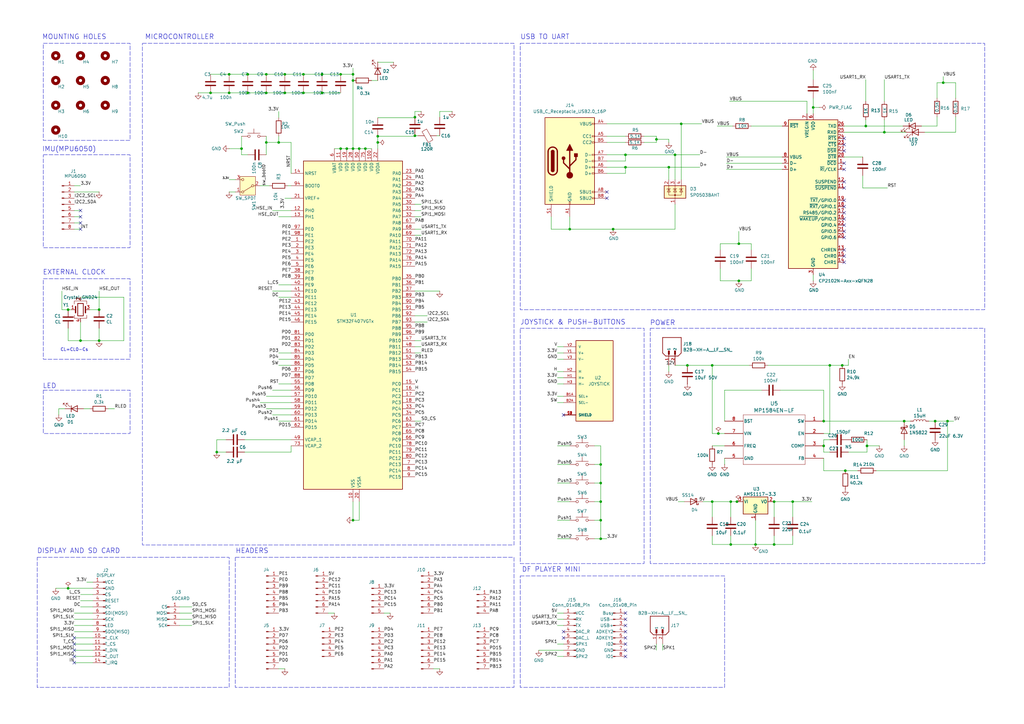
<source format=kicad_sch>
(kicad_sch (version 20250114) (generator "eeschema") (generator_version "9.0")
  (paper "A3")
  (lib_symbols
    (symbol "2025-08-04_10-44-57:MP1584EN-LF" (pin_names (offset 0.254))
      (property "Reference" "U2" (at 20.32 9.7739 0))
      (property "Value" "MP1584EN-LF" (at 20.32 6.941 0))
      (symbol "MP1584EN-LF_1_1"
        (pin passive line (at 0 2.54 0) (length 7.62) (name "SW") (number "1"))
        (pin passive line (at 0 -2.54 0) (length 7.62) (name "EN") (number "2"))
        (pin passive line (at 0 -7.62 0) (length 7.62) (name "COMP") (number "3"))
        (pin passive line (at 0 -12.7 0) (length 7.62) (name "FB") (number "4"))
        (pin passive line (at 40.64 2.54 180) (length 7.62) (name "BST") (number "8"))
        (pin passive line (at 40.64 -2.54 180) (length 7.62) (name "VIN") (number "7"))
        (pin passive line (at 40.64 -7.62 180) (length 7.62) (name "FREQ") (number "6"))
        (pin passive line (at 40.64 -12.7 180) (length 7.62) (name "GND") (number "5"))
      )
    )
    (symbol "B2B-XH-A__LF__SN_:B2B-XH-A__LF__SN_" (pin_names (offset 1.016))
      (property "Reference" "J" (at -2.54 6.35 0))
      (property "Value" "B2B-XH-A__LF__SN_" (at -2.54 -5.08 0))
      (symbol "B2B-XH-A__LF__SN__0_0"
        (pin passive line (at -7.62 2.54 0) (length 5.08) (name "1") (number "1"))
        (pin passive line (at -7.62 0 0) (length 5.08) (name "2") (number "2"))
      )
    )
    (symbol "COM-09032:COM-09032" (pin_names (offset 1.016))
      (property "Reference" "U" (at -7.62 16.002 0))
      (property "Value" "COM-09032" (at -7.62 -20.32 0))
      (symbol "COM-09032_0_0"
        (pin passive line (at -12.7 12.7 0) (length 5.08) (name "V") (number "V2"))
        (pin passive line (at -12.7 10.16 0) (length 5.08) (name "V+") (number "V1"))
        (pin passive line (at -12.7 7.62 0) (length 5.08) (name "V-") (number "V3"))
        (pin passive line (at -12.7 2.54 0) (length 5.08) (name "H") (number "H2"))
        (pin passive line (at -12.7 0 0) (length 5.08) (name "H+") (number "H1"))
        (pin passive line (at -12.7 -2.54 0) (length 5.08) (name "H-") (number "H3"))
        (pin passive line (at -12.7 -7.62 0) (length 5.08) (name "SEL+") (number "B1A"))
        (pin passive line (at -12.7 -10.16 0) (length 5.08) (name "SEL-") (number "B2A"))
        (pin passive line (at -12.7 -15.24 0) (length 5.08) (name "SHIELD") (number "S1"))
        (pin passive line (at -12.7 -15.24 0) (length 5.08) (name "SHIELD") (number "S2"))
        (pin passive line (at -12.7 -15.24 0) (length 5.08) (name "SHIELD") (number "S3"))
        (pin passive line (at -12.7 -15.24 0) (length 5.08) (name "SHIELD") (number "S4"))
      )
    )
    (symbol "Conn_01x04_Pin_1" (pin_names (offset 1.016))
      (property "Reference" "J4" (at 4.5539 8.6104 0))
      (property "Value" "SDCARD" (at 5.4813 5.9968 0))
      (symbol "Conn_01x04_Pin_1_1_1"
        (pin passive line (at 5.08 2.54 180) (length 3.81) (name "CS") (number "1"))
        (pin passive line (at 5.08 0 180) (length 3.81) (name "MOSI") (number "2"))
        (pin passive line (at 5.08 -2.54 180) (length 3.81) (name "MISO") (number "3"))
        (pin passive line (at 5.08 -5.08 180) (length 3.81) (name "SCK") (number "4"))
      )
    )
    (symbol "Conn_01x08_Pin_1" (pin_names (offset 1.016))
      (property "Reference" "J7" (at 2.3061 13.4691 0))
      (property "Value" "Conn_01x08_Pin" (at 3.0887 11.2449 0))
      (symbol "Conn_01x08_Pin_1_1_1"
        (pin passive line (at 5.08 7.62 180) (length 3.81) (name "Busy") (number "1"))
        (pin passive line (at 5.08 5.08 180) (length 3.81) (name "USB-") (number "2"))
        (pin passive line (at 5.08 2.54 180) (length 3.81) (name "USB+") (number "3"))
        (pin passive line (at 5.08 0 180) (length 3.81) (name "ADKEY2") (number "4"))
        (pin passive line (at 5.08 -2.54 180) (length 3.81) (name "ADKEY1") (number "5"))
        (pin passive line (at 5.08 -5.08 180) (length 3.81) (name "I02") (number "6"))
        (pin passive line (at 5.08 -7.62 180) (length 3.81) (name "GND") (number "7"))
        (pin passive line (at 5.08 -10.16 180) (length 3.81) (name "IO1") (number "8"))
      )
    )
    (symbol "Conn_01x08_Pin_2" (pin_names (offset 1.016))
      (property "Reference" "J?" (at 1.7471 13.0817 0))
      (property "Value" "Conn_01x08_Pin" (at 1.9629 10.9234 0))
      (symbol "Conn_01x08_Pin_2_1_1"
        (pin passive line (at 5.08 7.62 180) (length 3.81) (name "VCC") (number "1"))
        (pin passive line (at 5.08 5.08 180) (length 3.81) (name "RX") (number "2"))
        (pin passive line (at 5.08 2.54 180) (length 3.81) (name "TX") (number "3"))
        (pin passive line (at 5.08 0 180) (length 3.81) (name "DAC_R") (number "4"))
        (pin passive line (at 5.08 -2.54 180) (length 3.81) (name "DAC_L") (number "5"))
        (pin passive line (at 5.08 -5.08 180) (length 3.81) (name "SPK1") (number "6"))
        (pin passive line (at 5.08 -7.62 180) (length 3.81) (name "GND") (number "7"))
        (pin passive line (at 5.08 -10.16 180) (length 3.81) (name "SPK2") (number "8"))
      )
    )
    (symbol "Connector:Conn_01x04_Pin" (pin_names (offset 1.016) (hide yes))
      (property "Reference" "J" (at 0 5.08 0))
      (property "Value" "Conn_01x04_Pin" (at 0 -7.62 0))
      (symbol "Conn_01x04_Pin_1_1"
        (pin passive line (at 5.08 2.54 180) (length 3.81) (name "Pin_1") (number "1"))
        (pin passive line (at 5.08 0 180) (length 3.81) (name "Pin_2") (number "2"))
        (pin passive line (at 5.08 -2.54 180) (length 3.81) (name "Pin_3") (number "3"))
        (pin passive line (at 5.08 -5.08 180) (length 3.81) (name "Pin_4") (number "4"))
      )
    )
    (symbol "Connector:Conn_01x05_Pin" (pin_names (offset 1.016) (hide yes))
      (property "Reference" "J" (at 0 7.62 0))
      (property "Value" "Conn_01x05_Pin" (at 0 -7.62 0))
      (symbol "Conn_01x05_Pin_1_1"
        (pin passive line (at 5.08 5.08 180) (length 3.81) (name "Pin_1") (number "1"))
        (pin passive line (at 5.08 2.54 180) (length 3.81) (name "Pin_2") (number "2"))
        (pin passive line (at 5.08 0 180) (length 3.81) (name "Pin_3") (number "3"))
        (pin passive line (at 5.08 -2.54 180) (length 3.81) (name "Pin_4") (number "4"))
        (pin passive line (at 5.08 -5.08 180) (length 3.81) (name "Pin_5") (number "5"))
      )
    )
    (symbol "Connector:Conn_01x07_Pin" (pin_names (offset 1.016) (hide yes))
      (property "Reference" "J" (at 0 10.16 0))
      (property "Value" "Conn_01x07_Pin" (at 0 -10.16 0))
      (symbol "Conn_01x07_Pin_1_1"
        (pin passive line (at 5.08 7.62 180) (length 3.81) (name "Pin_1") (number "1"))
        (pin passive line (at 5.08 5.08 180) (length 3.81) (name "Pin_2") (number "2"))
        (pin passive line (at 5.08 2.54 180) (length 3.81) (name "Pin_3") (number "3"))
        (pin passive line (at 5.08 0 180) (length 3.81) (name "Pin_4") (number "4"))
        (pin passive line (at 5.08 -2.54 180) (length 3.81) (name "Pin_5") (number "5"))
        (pin passive line (at 5.08 -5.08 180) (length 3.81) (name "Pin_6") (number "6"))
        (pin passive line (at 5.08 -7.62 180) (length 3.81) (name "Pin_7") (number "7"))
      )
    )
    (symbol "Connector:Conn_01x08_Pin" (pin_names (offset 1.016) (hide yes))
      (property "Reference" "J" (at 0 10.16 0))
      (property "Value" "Conn_01x08_Pin" (at 0 -12.7 0))
      (symbol "Conn_01x08_Pin_1_1"
        (pin passive line (at 5.08 7.62 180) (length 3.81) (name "Pin_1") (number "1"))
        (pin passive line (at 5.08 5.08 180) (length 3.81) (name "Pin_2") (number "2"))
        (pin passive line (at 5.08 2.54 180) (length 3.81) (name "Pin_3") (number "3"))
        (pin passive line (at 5.08 0 180) (length 3.81) (name "Pin_4") (number "4"))
        (pin passive line (at 5.08 -2.54 180) (length 3.81) (name "Pin_5") (number "5"))
        (pin passive line (at 5.08 -5.08 180) (length 3.81) (name "Pin_6") (number "6"))
        (pin passive line (at 5.08 -7.62 180) (length 3.81) (name "Pin_7") (number "7"))
        (pin passive line (at 5.08 -10.16 180) (length 3.81) (name "Pin_8") (number "8"))
      )
    )
    (symbol "Connector:Conn_01x14_Pin" (pin_names (offset 1.016))
      (property "Reference" "J?" (at 0.635 19.4607 0))
      (property "Value" "Conn_01x14_Pin" (at 0.635 17.0364 0))
      (symbol "Conn_01x14_Pin_1_1"
        (pin passive line (at 5.08 15.24 180) (length 3.81) (name "VCC") (number "1"))
        (pin passive line (at 5.08 12.7 180) (length 3.81) (name "GND") (number "2"))
        (pin passive line (at 5.08 10.16 180) (length 3.81) (name "CS") (number "3"))
        (pin passive line (at 5.08 7.62 180) (length 3.81) (name "RESET") (number "4"))
        (pin passive line (at 5.08 5.08 180) (length 3.81) (name "DC") (number "5"))
        (pin passive line (at 5.08 2.54 180) (length 3.81) (name "SDI(MOSI)") (number "6"))
        (pin passive line (at 5.08 0 180) (length 3.81) (name "SCK") (number "7"))
        (pin passive line (at 5.08 -2.54 180) (length 3.81) (name "LED") (number "8"))
        (pin passive line (at 5.08 -5.08 180) (length 3.81) (name "SDO(MISO)") (number "9"))
        (pin passive line (at 5.08 -7.62 180) (length 3.81) (name "T_CLK") (number "10"))
        (pin passive line (at 5.08 -10.16 180) (length 3.81) (name "T_CS") (number "11"))
        (pin passive line (at 5.08 -12.7 180) (length 3.81) (name "T_DIN") (number "12"))
        (pin passive line (at 5.08 -15.24 180) (length 3.81) (name "T_OUT") (number "13"))
        (pin passive line (at 5.08 -17.78 180) (length 3.81) (name "T_IRQ") (number "14"))
      )
    )
    (symbol "Connector:USB_C_Receptacle_USB2.0_16P" (pin_names (offset 1.016))
      (property "Reference" "J" (at 0 22.225 0))
      (property "Value" "USB_C_Receptacle_USB2.0_16P" (at 0 19.685 0))
      (symbol "USB_C_Receptacle_USB2.0_16P_1_1"
        (pin passive line (at -7.62 -22.86 90) (length 5.08) (name "SHIELD") (number "S1"))
        (pin passive line (at 0 -22.86 90) (length 5.08) (name "GND") (number "A1"))
        (pin passive line (at 0 -22.86 90) (length 5.08) (hide yes) (name "GND") (number "A12"))
        (pin passive line (at 0 -22.86 90) (length 5.08) (hide yes) (name "GND") (number "B1"))
        (pin passive line (at 0 -22.86 90) (length 5.08) (hide yes) (name "GND") (number "B12"))
        (pin passive line (at 15.24 15.24 180) (length 5.08) (name "VBUS") (number "A4"))
        (pin passive line (at 15.24 15.24 180) (length 5.08) (hide yes) (name "VBUS") (number "A9"))
        (pin passive line (at 15.24 15.24 180) (length 5.08) (hide yes) (name "VBUS") (number "B4"))
        (pin passive line (at 15.24 15.24 180) (length 5.08) (hide yes) (name "VBUS") (number "B9"))
        (pin bidirectional line (at 15.24 10.16 180) (length 5.08) (name "CC1") (number "A5"))
        (pin bidirectional line (at 15.24 7.62 180) (length 5.08) (name "CC2") (number "B5"))
        (pin bidirectional line (at 15.24 2.54 180) (length 5.08) (name "D-") (number "A7"))
        (pin bidirectional line (at 15.24 0 180) (length 5.08) (name "D-") (number "B7"))
        (pin bidirectional line (at 15.24 -2.54 180) (length 5.08) (name "D+") (number "A6"))
        (pin bidirectional line (at 15.24 -5.08 180) (length 5.08) (name "D+") (number "B6"))
        (pin bidirectional line (at 15.24 -12.7 180) (length 5.08) (name "SBU1") (number "A8"))
        (pin bidirectional line (at 15.24 -15.24 180) (length 5.08) (name "SBU2") (number "B8"))
      )
    )
    (symbol "Device:C" (pin_numbers (hide yes)) (pin_names (offset 0.254))
      (property "Reference" "C" (at 0.635 2.54 0))
      (property "Value" "C" (at 0.635 -2.54 0))
      (symbol "C_1_1"
        (pin passive line (at 0 3.81 270) (length 2.794) (name "~") (number "1"))
        (pin passive line (at 0 -3.81 90) (length 2.794) (name "~") (number "2"))
      )
    )
    (symbol "Device:Crystal_GND24" (pin_names (offset 1.016) (hide yes))
      (property "Reference" "Y" (at 3.175 5.08 0))
      (property "Value" "Crystal_GND24" (at 3.175 3.175 0))
      (symbol "Crystal_GND24_1_1"
        (pin passive line (at -3.81 0 0) (length 1.27) (name "1") (number "1"))
        (pin passive line (at 0 5.08 270) (length 1.27) (name "2") (number "2"))
        (pin passive line (at 0 -5.08 90) (length 1.27) (name "4") (number "4"))
        (pin passive line (at 3.81 0 180) (length 1.27) (name "3") (number "3"))
      )
    )
    (symbol "Device:FerriteBead" (pin_numbers (hide yes)) (pin_names (offset 0))
      (property "Reference" "FB" (at -3.81 0.635 90))
      (property "Value" "FerriteBead" (at 3.81 0 90))
      (symbol "FerriteBead_1_1"
        (pin passive line (at 0 3.81 270) (length 2.54) (name "~") (number "1"))
        (pin passive line (at 0 -3.81 90) (length 2.54) (name "~") (number "2"))
      )
    )
    (symbol "Device:L" (pin_numbers (hide yes)) (pin_names (offset 1.016) (hide yes))
      (property "Reference" "L" (at -1.27 0 90))
      (property "Value" "L" (at 1.905 0 90))
      (symbol "L_1_1"
        (pin passive line (at 0 3.81 270) (length 1.27) (name "1") (number "1"))
        (pin passive line (at 0 -3.81 90) (length 1.27) (name "2") (number "2"))
      )
    )
    (symbol "Device:LED" (pin_numbers (hide yes)) (pin_names (offset 1.016) (hide yes))
      (property "Reference" "D" (at 0 2.54 0))
      (property "Value" "LED" (at 0 -2.54 0))
      (symbol "LED_1_1"
        (pin passive line (at -3.81 0 0) (length 2.54) (name "K") (number "1"))
        (pin passive line (at 3.81 0 180) (length 2.54) (name "A") (number "2"))
      )
    )
    (symbol "Device:R" (pin_numbers (hide yes)) (pin_names (offset 0))
      (property "Reference" "R" (at 2.032 0 90))
      (property "Value" "R" (at 0 0 90))
      (symbol "R_1_1"
        (pin passive line (at 0 3.81 270) (length 1.27) (name "~") (number "1"))
        (pin passive line (at 0 -3.81 90) (length 1.27) (name "~") (number "2"))
      )
    )
    (symbol "Diode:1N5822" (pin_numbers (hide yes)) (pin_names (offset 1.016) (hide yes))
      (property "Reference" "D" (at 0 2.54 0))
      (property "Value" "1N5822" (at 0 -2.54 0))
      (symbol "1N5822_1_1"
        (pin passive line (at -3.81 0 0) (length 2.54) (name "K") (number "1"))
        (pin passive line (at 3.81 0 180) (length 2.54) (name "A") (number "2"))
      )
    )
    (symbol "GND_2" (power) (pin_numbers (hide yes)) (pin_names (offset 0) (hide yes))
      (property "Value" "GND" (at 0 -3.81 0))
      (symbol "GND_2_1_1"
        (pin power_in line (at 0 0 270) (length 0) (name "~") (number "1"))
      )
    )
    (symbol "Interface_USB:CP2102N-Axx-xQFN28"
      (property "Reference" "U1" (at 2.1941 -33.02 0))
      (property "Value" "CP2102N-Axx-xQFN28" (at 2.1941 -35.56 0))
      (symbol "CP2102N-Axx-xQFN28_1_1"
        (pin input line (at -12.7 27.94 0) (length 2.54) (name "~{RST}") (number "9"))
        (pin input line (at -12.7 15.24 0) (length 2.54) (name "VBUS") (number "8"))
        (pin bidirectional line (at -12.7 12.7 0) (length 2.54) (name "D-") (number "5"))
        (pin bidirectional line (at -12.7 10.16 0) (length 2.54) (name "D+") (number "4"))
        (pin no_connect line (at -10.16 -27.94 0) (length 2.54) (hide yes) (name "NC") (number "10"))
        (pin passive line (at -2.54 33.02 270) (length 2.54) (name "VREGIN") (number "7"))
        (pin power_in line (at 0 33.02 270) (length 2.54) (name "VDD") (number "6"))
        (pin passive line (at 0 -33.02 90) (length 2.54) (hide yes) (name "GND") (number "29"))
        (pin power_in line (at 0 -33.02 90) (length 2.54) (name "GND") (number "3"))
        (pin output line (at 12.7 27.94 180) (length 2.54) (name "TXD") (number "26"))
        (pin input line (at 12.7 25.4 180) (length 2.54) (name "RXD") (number "25"))
        (pin output line (at 12.7 22.86 180) (length 2.54) (name "~{RTS}") (number "24"))
        (pin input line (at 12.7 20.32 180) (length 2.54) (name "~{CTS}") (number "23"))
        (pin input line (at 12.7 17.78 180) (length 2.54) (name "~{DSR}") (number "27"))
        (pin output line (at 12.7 15.24 180) (length 2.54) (name "~{DTR}") (number "28"))
        (pin input line (at 12.7 12.7 180) (length 2.54) (name "~{DCD}") (number "1"))
        (pin bidirectional line (at 12.7 10.16 180) (length 2.54) (name "~{RI}/CLK") (number "2"))
        (pin output line (at 12.7 5.08 180) (length 2.54) (name "SUSPEND") (number "12"))
        (pin output line (at 12.7 2.54 180) (length 2.54) (name "~{SUSPEND}") (number "11"))
        (pin bidirectional line (at 12.7 -2.54 180) (length 2.54) (name "~{TXT}/GPIO.0") (number "19"))
        (pin bidirectional line (at 12.7 -5.08 180) (length 2.54) (name "~{RXT}/GPIO.1") (number "18"))
        (pin bidirectional line (at 12.7 -7.62 180) (length 2.54) (name "RS485/GPIO.2") (number "17"))
        (pin bidirectional line (at 12.7 -10.16 180) (length 2.54) (name "~{WAKEUP}/GPIO.3") (number "16"))
        (pin bidirectional line (at 12.7 -12.7 180) (length 2.54) (name "GPIO.4") (number "22"))
        (pin bidirectional line (at 12.7 -15.24 180) (length 2.54) (name "GPIO.5") (number "21"))
        (pin bidirectional line (at 12.7 -17.78 180) (length 2.54) (name "GPIO.6") (number "20"))
        (pin output line (at 12.7 -22.86 180) (length 2.54) (name "CHREN") (number "13"))
        (pin output line (at 12.7 -25.4 180) (length 2.54) (name "CHR0") (number "15"))
        (pin output line (at 12.7 -27.94 180) (length 2.54) (name "CHR1") (number "14"))
      )
    )
    (symbol "LED_1" (pin_numbers (hide yes)) (pin_names (offset 1.016) (hide yes))
      (property "Reference" "D" (at 0 2.54 0))
      (property "Value" "LED" (at 0 -2.54 0))
      (symbol "LED_1_1_1"
        (pin passive line (at -3.81 0 0) (length 2.54) (name "K") (number "1"))
        (pin passive line (at 3.81 0 180) (length 2.54) (name "A") (number "2"))
      )
    )
    (symbol "MCU_ST_STM32F4:STM32F407VGTx"
      (property "Reference" "U" (at -20.32 69.85 0))
      (property "Value" "STM32F407VGTx" (at 12.7 69.85 0))
      (symbol "STM32F407VGTx_1_1"
        (pin input line (at -25.4 63.5 0) (length 5.08) (name "NRST") (number "14"))
        (pin input line (at -25.4 58.42 0) (length 5.08) (name "BOOT0") (number "94"))
        (pin input line (at -25.4 53.34 0) (length 5.08) (name "VREF+") (number "21"))
        (pin bidirectional line (at -25.4 48.26 0) (length 5.08) (name "PH0") (number "12"))
        (pin bidirectional line (at -25.4 45.72 0) (length 5.08) (name "PH1") (number "13"))
        (pin bidirectional line (at -25.4 40.64 0) (length 5.08) (name "PE0") (number "97"))
        (pin bidirectional line (at -25.4 38.1 0) (length 5.08) (name "PE1") (number "98"))
        (pin bidirectional line (at -25.4 35.56 0) (length 5.08) (name "PE2") (number "1"))
        (pin bidirectional line (at -25.4 33.02 0) (length 5.08) (name "PE3") (number "2"))
        (pin bidirectional line (at -25.4 30.48 0) (length 5.08) (name "PE4") (number "3"))
        (pin bidirectional line (at -25.4 27.94 0) (length 5.08) (name "PE5") (number "4"))
        (pin bidirectional line (at -25.4 25.4 0) (length 5.08) (name "PE6") (number "5"))
        (pin bidirectional line (at -25.4 22.86 0) (length 5.08) (name "PE7") (number "38"))
        (pin bidirectional line (at -25.4 20.32 0) (length 5.08) (name "PE8") (number "39"))
        (pin bidirectional line (at -25.4 17.78 0) (length 5.08) (name "PE9") (number "40"))
        (pin bidirectional line (at -25.4 15.24 0) (length 5.08) (name "PE10") (number "41"))
        (pin bidirectional line (at -25.4 12.7 0) (length 5.08) (name "PE11") (number "42"))
        (pin bidirectional line (at -25.4 10.16 0) (length 5.08) (name "PE12") (number "43"))
        (pin bidirectional line (at -25.4 7.62 0) (length 5.08) (name "PE13") (number "44"))
        (pin bidirectional line (at -25.4 5.08 0) (length 5.08) (name "PE14") (number "45"))
        (pin bidirectional line (at -25.4 2.54 0) (length 5.08) (name "PE15") (number "46"))
        (pin bidirectional line (at -25.4 -2.54 0) (length 5.08) (name "PD0") (number "81"))
        (pin bidirectional line (at -25.4 -5.08 0) (length 5.08) (name "PD1") (number "82"))
        (pin bidirectional line (at -25.4 -7.62 0) (length 5.08) (name "PD2") (number "83"))
        (pin bidirectional line (at -25.4 -10.16 0) (length 5.08) (name "PD3") (number "84"))
        (pin bidirectional line (at -25.4 -12.7 0) (length 5.08) (name "PD4") (number "85"))
        (pin bidirectional line (at -25.4 -15.24 0) (length 5.08) (name "PD5") (number "86"))
        (pin bidirectional line (at -25.4 -17.78 0) (length 5.08) (name "PD6") (number "87"))
        (pin bidirectional line (at -25.4 -20.32 0) (length 5.08) (name "PD7") (number "88"))
        (pin bidirectional line (at -25.4 -22.86 0) (length 5.08) (name "PD8") (number "55"))
        (pin bidirectional line (at -25.4 -25.4 0) (length 5.08) (name "PD9") (number "56"))
        (pin bidirectional line (at -25.4 -27.94 0) (length 5.08) (name "PD10") (number "57"))
        (pin bidirectional line (at -25.4 -30.48 0) (length 5.08) (name "PD11") (number "58"))
        (pin bidirectional line (at -25.4 -33.02 0) (length 5.08) (name "PD12") (number "59"))
        (pin bidirectional line (at -25.4 -35.56 0) (length 5.08) (name "PD13") (number "60"))
        (pin bidirectional line (at -25.4 -38.1 0) (length 5.08) (name "PD14") (number "61"))
        (pin bidirectional line (at -25.4 -40.64 0) (length 5.08) (name "PD15") (number "62"))
        (pin power_out line (at -25.4 -45.72 0) (length 5.08) (name "VCAP_1") (number "49"))
        (pin power_out line (at -25.4 -48.26 0) (length 5.08) (name "VCAP_2") (number "73"))
        (pin power_in line (at -7.62 73.66 270) (length 5.08) (name "VBAT") (number "6"))
        (pin power_in line (at -5.08 73.66 270) (length 5.08) (name "VDD") (number "11"))
        (pin power_in line (at -2.54 73.66 270) (length 5.08) (name "VDD") (number "19"))
        (pin power_in line (at 0 73.66 270) (length 5.08) (name "VDD") (number "28"))
        (pin power_in line (at 0 -71.12 90) (length 5.08) (name "VSS") (number "10"))
        (pin passive line (at 0 -71.12 90) (length 5.08) (hide yes) (name "VSS") (number "27"))
        (pin passive line (at 0 -71.12 90) (length 5.08) (hide yes) (name "VSS") (number "74"))
        (pin passive line (at 0 -71.12 90) (length 5.08) (hide yes) (name "VSS") (number "99"))
        (pin power_in line (at 2.54 73.66 270) (length 5.08) (name "VDD") (number "50"))
        (pin power_in line (at 2.54 -71.12 90) (length 5.08) (name "VSSA") (number "20"))
        (pin power_in line (at 5.08 73.66 270) (length 5.08) (name "VDD") (number "75"))
        (pin power_in line (at 7.62 73.66 270) (length 5.08) (name "VDD") (number "100"))
        (pin power_in line (at 10.16 73.66 270) (length 5.08) (name "VDDA") (number "22"))
        (pin bidirectional line (at 25.4 63.5 180) (length 5.08) (name "PA0") (number "23"))
        (pin bidirectional line (at 25.4 60.96 180) (length 5.08) (name "PA1") (number "24"))
        (pin bidirectional line (at 25.4 58.42 180) (length 5.08) (name "PA2") (number "25"))
        (pin bidirectional line (at 25.4 55.88 180) (length 5.08) (name "PA3") (number "26"))
        (pin bidirectional line (at 25.4 53.34 180) (length 5.08) (name "PA4") (number "29"))
        (pin bidirectional line (at 25.4 50.8 180) (length 5.08) (name "PA5") (number "30"))
        (pin bidirectional line (at 25.4 48.26 180) (length 5.08) (name "PA6") (number "31"))
        (pin bidirectional line (at 25.4 45.72 180) (length 5.08) (name "PA7") (number "32"))
        (pin bidirectional line (at 25.4 43.18 180) (length 5.08) (name "PA8") (number "67"))
        (pin bidirectional line (at 25.4 40.64 180) (length 5.08) (name "PA9") (number "68"))
        (pin bidirectional line (at 25.4 38.1 180) (length 5.08) (name "PA10") (number "69"))
        (pin bidirectional line (at 25.4 35.56 180) (length 5.08) (name "PA11") (number "70"))
        (pin bidirectional line (at 25.4 33.02 180) (length 5.08) (name "PA12") (number "71"))
        (pin bidirectional line (at 25.4 30.48 180) (length 5.08) (name "PA13") (number "72"))
        (pin bidirectional line (at 25.4 27.94 180) (length 5.08) (name "PA14") (number "76"))
        (pin bidirectional line (at 25.4 25.4 180) (length 5.08) (name "PA15") (number "77"))
        (pin bidirectional line (at 25.4 20.32 180) (length 5.08) (name "PB0") (number "35"))
        (pin bidirectional line (at 25.4 17.78 180) (length 5.08) (name "PB1") (number "36"))
        (pin bidirectional line (at 25.4 15.24 180) (length 5.08) (name "PB2") (number "37"))
        (pin bidirectional line (at 25.4 12.7 180) (length 5.08) (name "PB3") (number "89"))
        (pin bidirectional line (at 25.4 10.16 180) (length 5.08) (name "PB4") (number "90"))
        (pin bidirectional line (at 25.4 7.62 180) (length 5.08) (name "PB5") (number "91"))
        (pin bidirectional line (at 25.4 5.08 180) (length 5.08) (name "PB6") (number "92"))
        (pin bidirectional line (at 25.4 2.54 180) (length 5.08) (name "PB7") (number "93"))
        (pin bidirectional line (at 25.4 0 180) (length 5.08) (name "PB8") (number "95"))
        (pin bidirectional line (at 25.4 -2.54 180) (length 5.08) (name "PB9") (number "96"))
        (pin bidirectional line (at 25.4 -5.08 180) (length 5.08) (name "PB10") (number "47"))
        (pin bidirectional line (at 25.4 -7.62 180) (length 5.08) (name "PB11") (number "48"))
        (pin bidirectional line (at 25.4 -10.16 180) (length 5.08) (name "PB12") (number "51"))
        (pin bidirectional line (at 25.4 -12.7 180) (length 5.08) (name "PB13") (number "52"))
        (pin bidirectional line (at 25.4 -15.24 180) (length 5.08) (name "PB14") (number "53"))
        (pin bidirectional line (at 25.4 -17.78 180) (length 5.08) (name "PB15") (number "54"))
        (pin bidirectional line (at 25.4 -22.86 180) (length 5.08) (name "PC0") (number "15"))
        (pin bidirectional line (at 25.4 -25.4 180) (length 5.08) (name "PC1") (number "16"))
        (pin bidirectional line (at 25.4 -27.94 180) (length 5.08) (name "PC2") (number "17"))
        (pin bidirectional line (at 25.4 -30.48 180) (length 5.08) (name "PC3") (number "18"))
        (pin bidirectional line (at 25.4 -33.02 180) (length 5.08) (name "PC4") (number "33"))
        (pin bidirectional line (at 25.4 -35.56 180) (length 5.08) (name "PC5") (number "34"))
        (pin bidirectional line (at 25.4 -38.1 180) (length 5.08) (name "PC6") (number "63"))
        (pin bidirectional line (at 25.4 -40.64 180) (length 5.08) (name "PC7") (number "64"))
        (pin bidirectional line (at 25.4 -43.18 180) (length 5.08) (name "PC8") (number "65"))
        (pin bidirectional line (at 25.4 -45.72 180) (length 5.08) (name "PC9") (number "66"))
        (pin bidirectional line (at 25.4 -48.26 180) (length 5.08) (name "PC10") (number "78"))
        (pin bidirectional line (at 25.4 -50.8 180) (length 5.08) (name "PC11") (number "79"))
        (pin bidirectional line (at 25.4 -53.34 180) (length 5.08) (name "PC12") (number "80"))
        (pin bidirectional line (at 25.4 -55.88 180) (length 5.08) (name "PC13") (number "7"))
        (pin bidirectional line (at 25.4 -58.42 180) (length 5.08) (name "PC14") (number "8"))
        (pin bidirectional line (at 25.4 -60.96 180) (length 5.08) (name "PC15") (number "9"))
      )
    )
    (symbol "Mechanical:MountingHole" (pin_names (offset 1.016))
      (property "Reference" "H" (at 0 5.08 0))
      (property "Value" "MountingHole" (at 0 3.175 0))
    )
    (symbol "Power_Protection:SP0503BAHT" (pin_names (hide yes))
      (property "Reference" "D" (at 5.715 2.54 0))
      (property "Value" "SP0503BAHT" (at 5.715 0.635 0))
      (symbol "SP0503BAHT_0_0"
        (pin passive line (at 0 -5.08 90) (length 2.54) (name "A") (number "1"))
      )
      (symbol "SP0503BAHT_1_1"
        (pin passive line (at -2.54 5.08 270) (length 2.54) (name "K") (number "2"))
        (pin passive line (at 0 5.08 270) (length 2.54) (name "K") (number "3"))
        (pin passive line (at 2.54 5.08 270) (length 2.54) (name "K") (number "4"))
      )
    )
    (symbol "Regulator_Linear:AMS1117-3.3" (pin_names (offset 0.254))
      (property "Reference" "U" (at -3.81 3.175 0))
      (property "Value" "AMS1117-3.3" (at 0 3.175 0))
      (symbol "AMS1117-3.3_1_1"
        (pin power_in line (at -7.62 0 0) (length 2.54) (name "VI") (number "3"))
        (pin power_in line (at 0 -7.62 90) (length 2.54) (name "GND") (number "1"))
        (pin power_out line (at 7.62 0 180) (length 2.54) (name "VO") (number "2"))
      )
    )
    (symbol "Switch:SW_Push" (pin_numbers (hide yes)) (pin_names (offset 1.016) (hide yes))
      (property "Reference" "SW" (at 1.27 2.54 0))
      (property "Value" "SW_Push" (at 0 -1.524 0))
      (symbol "SW_Push_0_1"
        (pin passive line (at -5.08 0 0) (length 2.54) (name "1") (number "1"))
        (pin passive line (at 5.08 0 180) (length 2.54) (name "2") (number "2"))
      )
    )
    (symbol "Switch:SW_SPDT" (pin_names (offset 0) (hide yes))
      (property "Reference" "SW" (at 0 5.08 0))
      (property "Value" "SW_SPDT" (at 0 -5.08 0))
      (symbol "SW_SPDT_1_1"
        (pin passive line (at -5.08 0 0) (length 2.54) (name "B") (number "2"))
        (pin passive line (at 5.08 2.54 180) (length 2.54) (name "A") (number "1"))
        (pin passive line (at 5.08 -2.54 180) (length 2.54) (name "C") (number "3"))
      )
    )
    (symbol "power:GND" (power) (pin_numbers (hide yes)) (pin_names (offset 0) (hide yes))
      (property "Value" "GND" (at 0 -3.81 0))
      (symbol "GND_1_1"
        (pin power_in line (at 0 0 270) (length 0) (name "~") (number "1"))
      )
    )
    (symbol "power:PWR_FLAG" (power) (pin_numbers (hide yes)) (pin_names (offset 0) (hide yes))
      (property "Value" "PWR_FLAG" (at 0 3.81 0))
      (symbol "PWR_FLAG_0_0"
        (pin power_out line (at 0 0 90) (length 0) (name "~") (number "1"))
      )
    )
  )
  (rectangle (start 17.78 63.5) (end 53.34 101.6) (stroke (width 0) (type dash)))
  (rectangle (start 213.3599 236.22) (end 297.18 281.94) (stroke (width 0) (type dash)))
  (rectangle (start 17.78 114.3) (end 53.34 147.32) (stroke (width 0) (type dash)))
  (rectangle (start 213.36 17.7799) (end 403.86 126.9999) (stroke (width 0) (type dash)))
  (rectangle (start 266.7 134.62) (end 403.8599 231.14) (stroke (width 0) (type dash)))
  (rectangle (start 15.24 228.6) (end 93.98 281.94) (stroke (width 0) (type dash)))
  (rectangle (start 96.52 228.6) (end 210.82 281.94) (stroke (width 0) (type dash)))
  (rectangle (start 17.78 17.78) (end 53.34 57.5948) (stroke (width 0) (type dash)))
  (rectangle (start 213.36 134.62) (end 264.16 231.14) (stroke (width 0) (type dash)))
  (rectangle (start 58.42 17.7799) (end 210.82 223.5199) (stroke (width 0) (type dash)))
  (rectangle (start 17.78 160.02) (end 53.34 177.8) (stroke (width 0) (type dash)))
  (text "JOYSTICK & PUSH-BUTTONS" (at 234.9992 132.2854 0) (effects (font (size 2 2))))
  (text "MOUNTING HOLES" (at 30.48 15.24 0) (effects (font (size 2 2))))
  (text "DF PLAYER MINI" (at 226.06 233.68 0) (effects (font (size 2 2))))
  (text "EXTERNAL CLOCK\n" (at 30.48 111.76 0) (effects (font (size 2 2))))
  (text "MICROCONTROLLER" (at 73.66 15.24 0) (effects (font (size 2 2))))
  (text "LED\n\n" (at 20.32 160.02 0) (effects (font (size 2 2))))
  (text "DISPLAY AND SD CARD " (at 33.02 226.06 0) (effects (font (size 2 2))))
  (text "USB TO UART" (at 223.52 15.24 0) (effects (font (size 2 2))))
  (text "IMU(MPU6050)" (at 28.3799 61.2738 0) (effects (font (size 2 2))))
  (text "HEADERS " (at 104.14 226.06 0) (effects (font (size 2 2))))
  (text "CL=CL0-Cs\n" (at 30.48 143.51 0) (effects (font (size 1.27 1.27))))
  (text "POWER\n" (at 271.7838 132.5382 0) (effects (font (size 2 2))))
  (junction (at 124.46 38.1))
  (junction (at 303.039 115.1949))
  (junction (at 86.36 38.1))
  (junction (at 386.859 33.9149))
  (junction (at 276.86 63.5))
  (junction (at 246.38 190.5))
  (junction (at 144.78 60.96))
  (junction (at 355.109 51.6949))
  (junction (at 144.78 30.48))
  (junction (at 325.12 205.74))
  (junction (at 132.08 30.48))
  (junction (at 40.64 139.7))
  (junction (at 246.38 213.36))
  (junction (at 109.22 30.48))
  (junction (at 388.62 172.72))
  (junction (at 144.78 33.02))
  (junction (at 109.22 38.1))
  (junction (at 303.039 99.9549))
  (junction (at 345.44 149.86))
  (junction (at 93.98 38.1))
  (junction (at 142.24 60.96))
  (junction (at 269.24 57.15))
  (junction (at 170.18 48.0592))
  (junction (at 337.82 182.88))
  (junction (at 383.54 172.72))
  (junction (at 154.94 55.88))
  (junction (at 109.22 58.42))
  (junction (at 101.6 38.1))
  (junction (at 279.4 50.8))
  (junction (at 370.84 172.72))
  (junction (at 299.72 223.3168))
  (junction (at 154.94 58.42))
  (junction (at 317.5 205.74))
  (junction (at 40.64 127))
  (junction (at 246.38 205.74))
  (junction (at 292.1 149.86))
  (junction (at 147.32 60.96))
  (junction (at 116.84 38.1))
  (junction (at 132.08 38.1))
  (junction (at 317.5 223.3168))
  (junction (at 149.86 60.96))
  (junction (at 302.26 205.74))
  (junction (at 246.38 198.12))
  (junction (at 101.6 30.48))
  (junction (at 337.82 172.72))
  (junction (at 281.94 149.86))
  (junction (at 88.9 185.42))
  (junction (at 139.7 60.96))
  (junction (at 362.729 54.2349))
  (junction (at 233.68 93.98))
  (junction (at 256.54 68.58))
  (junction (at 292.1 205.74))
  (junction (at 294.64 177.8))
  (junction (at 355.6 182.88))
  (junction (at 124.46 30.48))
  (junction (at 116.84 30.48))
  (junction (at 274.32 68.58))
  (junction (at 114.3 58.42))
  (junction (at 340.36 149.86))
  (junction (at 27.94 127))
  (junction (at 139.7 30.48))
  (junction (at 93.98 30.48))
  (junction (at 256.54 63.5))
  (junction (at 333.519 44.0749))
  (junction (at 170.18 55.6792))
  (junction (at 299.72 205.74))
  (junction (at 99.06 60.96))
  (junction (at 33.02 139.7))
  (junction (at 309.88 223.3168))
  (junction (at 144.78 213.36))
  (junction (at 246.38 220.98))
  (junction (at 251.46 93.98))
  (junction (at 27.94 241.3))
  (junction (at 346.71 193.04))
  (no_connect (at 256.54 269.24))
  (no_connect (at 346.219 77.0949))
  (no_connect (at 231.14 170.18))
  (no_connect (at 346.219 69.4749))
  (no_connect (at 346.219 84.7149))
  (no_connect (at 33.02 88.9))
  (no_connect (at 256.54 261.62))
  (no_connect (at 33.02 91.44))
  (no_connect (at 256.54 264.16))
  (no_connect (at 33.02 86.36))
  (no_connect (at 256.54 251.46))
  (no_connect (at 30.48 264.16))
  (no_connect (at 346.219 59.3149))
  (no_connect (at 248.92 81.28))
  (no_connect (at 346.219 102.4949))
  (no_connect (at 346.219 105.0349))
  (no_connect (at 30.48 261.62))
  (no_connect (at 346.219 61.8549))
  (no_connect (at 346.219 66.9349))
  (no_connect (at 231.14 261.62))
  (no_connect (at 346.219 107.5749))
  (no_connect (at 256.54 254))
  (no_connect (at 256.54 259.08))
  (no_connect (at 346.219 74.5549))
  (no_connect (at 30.48 269.24))
  (no_connect (at 346.219 89.7949))
  (no_connect (at 256.54 266.7))
  (no_connect (at 256.54 256.54))
  (no_connect (at 346.219 82.1749))
  (no_connect (at 346.219 94.8749))
  (no_connect (at 346.219 92.3349))
  (no_connect (at 346.219 87.2549))
  (no_connect (at 30.48 266.7))
  (no_connect (at 346.219 56.7749))
  (no_connect (at 231.14 259.08))
  (no_connect (at 33.02 93.98))
  (no_connect (at 248.92 78.74))
  (no_connect (at 30.48 271.78))
  (no_connect (at 346.219 97.4149))
  (wire (pts (xy 119.38 119.38) (xy 111.76 119.38)))
  (wire (pts (xy 88.9 180.34) (xy 88.9 185.42)))
  (wire (pts (xy 325.12 219.71) (xy 325.12 223.3168)))
  (wire (pts (xy 93.98 60.96) (xy 99.06 60.96)))
  (wire (pts (xy 264.16 55.88) (xy 269.24 55.88)))
  (wire (pts (xy 170.18 45.72) (xy 170.18 48.0592)))
  (wire (pts (xy 147.32 205.74) (xy 147.32 213.36)))
  (wire (pts (xy 109.22 58.42) (xy 114.3 58.42)))
  (wire (pts (xy 297.18 172.72) (xy 297.18 160.02)))
  (wire (pts (xy 297.959 64.3949) (xy 320.819 64.3949)))
  (wire (pts (xy 312.42 160.02) (xy 297.18 160.02)))
  (wire (pts (xy 320.04 160.02) (xy 337.82 160.02)))
  (wire (pts (xy 185.42 45.72) (xy 180.34 45.72)))
  (wire (pts (xy 276.86 63.5) (xy 276.86 73.66)))
  (wire (pts (xy 251.46 93.98) (xy 276.86 93.98)))
  (wire (pts (xy 246.38 190.5) (xy 243.84 190.5)))
  (wire (pts (xy 144.78 33.02) (xy 144.78 60.96)))
  (wire (pts (xy 355.6 182.88) (xy 355.6 185.42)))
  (wire (pts (xy 30.48 271.78) (xy 38.1 271.78)))
  (wire (pts (xy 346.219 54.2349) (xy 362.729 54.2349)))
  (wire (pts (xy 271.78 264.16) (xy 271.78 266.7)))
  (wire (pts (xy 337.82 172.72) (xy 370.84 172.72)))
  (wire (pts (xy 132.08 30.48) (xy 124.46 30.48)))
  (wire (pts (xy 119.38 58.42) (xy 114.3 58.42)))
  (wire (pts (xy 170.18 48.26) (xy 154.94 48.26)))
  (wire (pts (xy 30.48 251.46) (xy 38.1 251.46)))
  (wire (pts (xy 228.6 162.56) (xy 231.14 162.56)))
  (wire (pts (xy 170.18 129.54) (xy 175.26 129.54)))
  (wire (pts (xy 274.32 58.42) (xy 274.32 57.15)))
  (wire (pts (xy 33.02 121.92) (xy 50.8 121.92)))
  (wire (pts (xy 154.94 58.42) (xy 154.94 60.96)))
  (wire (pts (xy 299.72 205.74) (xy 302.26 205.74)))
  (wire (pts (xy 233.68 213.36) (xy 228.6 213.36)))
  (wire (pts (xy 330.979 46.6149) (xy 330.979 41.5349)))
  (wire (pts (xy 384.319 51.6949) (xy 384.319 47.8849)))
  (wire (pts (xy 391.939 33.9149) (xy 391.939 40.2649)))
  (wire (pts (xy 256.54 71.12) (xy 248.92 71.12)))
  (wire (pts (xy 180.34 55.6792) (xy 179.07 55.6792)))
  (wire (pts (xy 233.68 93.98) (xy 233.68 88.9)))
  (wire (pts (xy 170.18 48.26) (xy 170.18 48.0592)))
  (wire (pts (xy 33.02 246.38) (xy 38.1 246.38)))
  (wire (pts (xy 26.67 167.64) (xy 24.13 167.64)))
  (wire (pts (xy 81.28 38.1) (xy 86.36 38.1)))
  (wire (pts (xy 292.1 182.88) (xy 297.18 182.88)))
  (wire (pts (xy 30.48 256.54) (xy 38.1 256.54)))
  (wire (pts (xy 44.45 167.64) (xy 46.99 167.64)))
  (wire (pts (xy 248.92 220.98) (xy 246.38 220.98)))
  (wire (pts (xy 274.32 68.58) (xy 274.32 73.66)))
  (wire (pts (xy 33.02 248.92) (xy 38.1 248.92)))
  (wire (pts (xy 106.68 76.2) (xy 110.49 76.2)))
  (wire (pts (xy 333.519 44.0749) (xy 333.519 46.6149)))
  (wire (pts (xy 325.12 205.74) (xy 333.0194 205.74)))
  (wire (pts (xy 172.72 172.72) (xy 170.18 172.72)))
  (wire (pts (xy 119.38 167.64) (xy 109.22 167.64)))
  (wire (pts (xy 353.839 64.3949) (xy 346.219 64.3949)))
  (wire (pts (xy 292.1 177.8) (xy 292.1 149.86)))
  (wire (pts (xy 228.6 144.78) (xy 231.14 144.78)))
  (wire (pts (xy 142.24 60.96) (xy 139.7 60.96)))
  (wire (pts (xy 248.92 68.58) (xy 256.54 68.58)))
  (wire (pts (xy 269.24 264.16) (xy 269.24 266.7)))
  (wire (pts (xy 172.72 144.78) (xy 170.18 144.78)))
  (wire (pts (xy 152.4 60.96) (xy 149.86 60.96)))
  (wire (pts (xy 109.22 55.88) (xy 109.22 58.42)))
  (wire (pts (xy 228.6 264.16) (xy 231.14 264.16)))
  (wire (pts (xy 139.7 38.1) (xy 132.08 38.1)))
  (wire (pts (xy 295.419 102.4949) (xy 295.419 99.9549)))
  (wire (pts (xy 228.6 251.46) (xy 231.14 251.46)))
  (wire (pts (xy 73.66 248.92) (xy 78.74 248.92)))
  (wire (pts (xy 109.22 58.42) (xy 109.22 63.5)))
  (wire (pts (xy 231.14 266.7) (xy 220.98 266.7)))
  (wire (pts (xy 353.839 77.0949) (xy 363.999 77.0949)))
  (wire (pts (xy 386.859 33.9149) (xy 391.939 33.9149)))
  (wire (pts (xy 377.969 51.6949) (xy 384.319 51.6949)))
  (wire (pts (xy 346.71 193.04) (xy 351.79 193.04)))
  (wire (pts (xy 295.419 110.1149) (xy 295.419 115.1949)))
  (wire (pts (xy 139.7 30.48) (xy 132.08 30.48)))
  (wire (pts (xy 27.94 127) (xy 25.4 127)))
  (wire (pts (xy 299.229 41.5349) (xy 330.979 41.5349)))
  (wire (pts (xy 147.32 213.36) (xy 144.78 213.36)))
  (wire (pts (xy 309.88 213.36) (xy 309.88 223.3168)))
  (wire (pts (xy 30.48 86.36) (xy 33.02 86.36)))
  (wire (pts (xy 299.72 219.71) (xy 299.72 223.3168)))
  (wire (pts (xy 119.38 172.72) (xy 114.3 172.72)))
  (wire (pts (xy 119.38 86.36) (xy 111.76 86.36)))
  (wire (pts (xy 388.62 193.04) (xy 388.62 172.72)))
  (wire (pts (xy 386.859 31.3749) (xy 386.859 33.9149)))
  (wire (pts (xy 233.68 220.98) (xy 228.6 220.98)))
  (wire (pts (xy 294.64 177.8) (xy 292.1 177.8)))
  (wire (pts (xy 33.02 139.7) (xy 40.64 139.7)))
  (wire (pts (xy 246.38 205.74) (xy 243.84 205.74)))
  (wire (pts (xy 274.32 68.58) (xy 256.54 68.58)))
  (wire (pts (xy 340.36 177.8) (xy 337.82 177.8)))
  (wire (pts (xy 144.78 60.96) (xy 142.24 60.96)))
  (wire (pts (xy 248.92 50.8) (xy 279.4 50.8)))
  (wire (pts (xy 269.24 55.88) (xy 269.24 57.15)))
  (wire (pts (xy 228.6 152.4) (xy 231.14 152.4)))
  (wire (pts (xy 246.38 198.12) (xy 246.38 205.74)))
  (wire (pts (xy 248.92 55.88) (xy 256.54 55.88)))
  (wire (pts (xy 280.67 205.74) (xy 278.13 205.74)))
  (wire (pts (xy 233.68 198.12) (xy 228.6 198.12)))
  (wire (pts (xy 370.84 182.88) (xy 370.84 180.34)))
  (wire (pts (xy 172.72 93.98) (xy 170.18 93.98)))
  (wire (pts (xy 119.38 170.18) (xy 111.76 170.18)))
  (wire (pts (xy 30.48 266.7) (xy 38.1 266.7)))
  (wire (pts (xy 154.94 25.4) (xy 154.94 25.5051)))
  (wire (pts (xy 228.6 157.48) (xy 231.14 157.48)))
  (wire (pts (xy 337.82 180.34) (xy 340.36 180.34)))
  (wire (pts (xy 124.46 30.48) (xy 116.84 30.48)))
  (wire (pts (xy 292.1 223.3168) (xy 299.72 223.3168)))
  (wire (pts (xy 30.48 264.16) (xy 38.1 264.16)))
  (wire (pts (xy 297.18 190.5) (xy 297.18 187.96)))
  (wire (pts (xy 180.34 45.72) (xy 180.34 48.0592)))
  (wire (pts (xy 119.38 180.34) (xy 100.33 180.34)))
  (wire (pts (xy 139.7 60.96) (xy 137.16 60.96)))
  (wire (pts (xy 144.78 60.96) (xy 147.32 60.96)))
  (wire (pts (xy 119.38 144.78) (xy 114.3 144.78)))
  (wire (pts (xy 274.32 57.15) (xy 269.24 57.15)))
  (wire (pts (xy 36.83 127) (xy 40.64 127)))
  (wire (pts (xy 355.6 185.42) (xy 347.98 185.42)))
  (wire (pts (xy 246.38 205.74) (xy 246.38 213.36)))
  (wire (pts (xy 256.54 66.04) (xy 248.92 66.04)))
  (wire (pts (xy 119.38 58.42) (xy 119.38 71.12)))
  (wire (pts (xy 383.54 172.72) (xy 388.62 172.72)))
  (wire (pts (xy 132.08 38.1) (xy 124.46 38.1)))
  (wire (pts (xy 144.78 205.74) (xy 144.78 213.36)))
  (wire (pts (xy 30.48 269.24) (xy 38.1 269.24)))
  (wire (pts (xy 50.8 121.92) (xy 50.8 139.7)))
  (wire (pts (xy 384.319 33.9149) (xy 386.859 33.9149)))
  (wire (pts (xy 93.98 38.1) (xy 86.36 38.1)))
  (wire (pts (xy 384.319 33.9149) (xy 384.319 40.2649)))
  (wire (pts (xy 114.3 274.32) (xy 116.84 274.32)))
  (wire (pts (xy 92.71 180.34) (xy 88.9 180.34)))
  (wire (pts (xy 119.38 88.9) (xy 114.3 88.9)))
  (wire (pts (xy 276.86 63.5) (xy 287.02 63.5)))
  (wire (pts (xy 359.41 193.04) (xy 388.62 193.04)))
  (wire (pts (xy 246.38 182.88) (xy 243.84 182.88)))
  (wire (pts (xy 109.22 38.1) (xy 101.6 38.1)))
  (wire (pts (xy 370.84 172.72) (xy 373.38 172.72)))
  (wire (pts (xy 246.38 213.36) (xy 243.84 213.36)))
  (wire (pts (xy 27.94 139.7) (xy 33.02 139.7)))
  (wire (pts (xy 154.94 55.88) (xy 154.94 58.42)))
  (wire (pts (xy 256.54 63.5) (xy 256.54 66.04)))
  (wire (pts (xy 317.5 219.71) (xy 317.5 223.3168)))
  (wire (pts (xy 226.06 88.9) (xy 226.06 93.98)))
  (wire (pts (xy 246.38 220.98) (xy 246.38 213.36)))
  (wire (pts (xy 233.68 190.5) (xy 228.6 190.5)))
  (wire (pts (xy 228.6 142.24) (xy 231.14 142.24)))
  (wire (pts (xy 119.38 149.86) (xy 114.3 149.86)))
  (wire (pts (xy 269.24 58.42) (xy 264.16 58.42)))
  (wire (pts (xy 228.6 256.54) (xy 231.14 256.54)))
  (wire (pts (xy 292.1 205.74) (xy 292.1 212.09)))
  (wire (pts (xy 228.6 154.94) (xy 231.14 154.94)))
  (wire (pts (xy 30.48 76.2) (xy 33.02 76.2)))
  (wire (pts (xy 180.34 119.38) (xy 170.18 119.38)))
  (wire (pts (xy 25.4 119.38) (xy 25.4 127)))
  (wire (pts (xy 99.06 63.5) (xy 99.06 60.96)))
  (wire (pts (xy 347.98 147.32) (xy 347.98 149.86)))
  (wire (pts (xy 233.68 182.88) (xy 228.6 182.88)))
  (wire (pts (xy 228.6 147.32) (xy 231.14 147.32)))
  (wire (pts (xy 337.82 185.42) (xy 337.82 182.88)))
  (wire (pts (xy 388.62 172.72) (xy 391.16 172.72)))
  (wire (pts (xy 292.1 149.86) (xy 307.34 149.86)))
  (wire (pts (xy 114.3 48.26) (xy 114.3 45.72)))
  (wire (pts (xy 246.38 182.88) (xy 246.38 190.5)))
  (wire (pts (xy 248.92 63.5) (xy 256.54 63.5)))
  (wire (pts (xy 295.419 115.1949) (xy 303.039 115.1949)))
  (wire (pts (xy 294.149 51.6949) (xy 300.499 51.6949)))
  (wire (pts (xy 279.4 50.8) (xy 287.799 50.8)))
  (wire (pts (xy 303.039 115.1949) (xy 308.119 115.1949)))
  (wire (pts (xy 355.109 32.6449) (xy 355.109 41.5349)))
  (wire (pts (xy 171.45 55.6792) (xy 170.18 55.6792)))
  (wire (pts (xy 116.84 38.1) (xy 109.22 38.1)))
  (wire (pts (xy 99.06 55.88) (xy 99.06 60.96)))
  (wire (pts (xy 355.109 51.6949) (xy 370.349 51.6949)))
  (wire (pts (xy 172.72 86.36) (xy 170.18 86.36)))
  (wire (pts (xy 149.86 60.96) (xy 147.32 60.96)))
  (wire (pts (xy 317.5 205.74) (xy 317.5 212.09)))
  (wire (pts (xy 119.38 116.84) (xy 114.3 116.84)))
  (wire (pts (xy 119.38 147.32) (xy 114.3 147.32)))
  (wire (pts (xy 119.38 165.1) (xy 106.68 165.1)))
  (wire (pts (xy 233.68 93.98) (xy 251.46 93.98)))
  (wire (pts (xy 381 172.72) (xy 383.54 172.72)))
  (wire (pts (xy 274.32 68.58) (xy 287.02 68.58)))
  (wire (pts (xy 27.94 127) (xy 29.21 127)))
  (wire (pts (xy 226.06 93.98) (xy 233.68 93.98)))
  (wire (pts (xy 337.82 160.02) (xy 337.82 172.72)))
  (wire (pts (xy 101.6 30.48) (xy 93.98 30.48)))
  (wire (pts (xy 274.32 149.86) (xy 274.32 152.4)))
  (wire (pts (xy 96.52 73.66) (xy 93.98 73.66)))
  (wire (pts (xy 101.6 63.5) (xy 99.06 63.5)))
  (wire (pts (xy 180.34 274.32) (xy 177.8 274.32)))
  (wire (pts (xy 228.6 254) (xy 231.14 254)))
  (wire (pts (xy 172.72 83.82) (xy 170.18 83.82)))
  (wire (pts (xy 303.039 99.9549) (xy 308.119 99.9549)))
  (wire (pts (xy 154.94 33.02) (xy 152.4 33.02)))
  (wire (pts (xy 355.6 182.88) (xy 360.68 182.88)))
  (wire (pts (xy 340.36 149.86) (xy 340.36 177.8)))
  (wire (pts (xy 333.519 44.0749) (xy 336.059 44.0749)))
  (wire (pts (xy 269.24 57.15) (xy 269.24 58.42)))
  (wire (pts (xy 340.36 185.42) (xy 337.82 185.42)))
  (wire (pts (xy 101.6 38.1) (xy 93.98 38.1)))
  (wire (pts (xy 30.48 78.74) (xy 40.64 78.74)))
  (wire (pts (xy 96.52 78.74) (xy 93.98 78.74)))
  (wire (pts (xy 314.96 149.86) (xy 340.36 149.86)))
  (wire (pts (xy 353.839 72.0149) (xy 353.839 77.0949)))
  (wire (pts (xy 27.94 134.62) (xy 27.94 139.7)))
  (wire (pts (xy 302.8188 205.74) (xy 302.26 205.74)))
  (wire (pts (xy 154.94 25.5051) (xy 161.3967 25.5051)))
  (wire (pts (xy 246.38 198.12) (xy 243.84 198.12)))
  (wire (pts (xy 279.4 73.66) (xy 279.4 50.8)))
  (wire (pts (xy 124.46 38.1) (xy 116.84 38.1)))
  (wire (pts (xy 276.86 83.82) (xy 276.86 93.98)))
  (wire (pts (xy 33.02 132.08) (xy 33.02 139.7)))
  (wire (pts (xy 40.64 119.38) (xy 40.64 127)))
  (wire (pts (xy 308.119 99.9549) (xy 308.119 102.4949)))
  (wire (pts (xy 30.48 88.9) (xy 33.02 88.9)))
  (wire (pts (xy 303.039 99.9549) (xy 303.039 94.8749)))
  (wire (pts (xy 248.92 58.42) (xy 256.54 58.42)))
  (wire (pts (xy 337.82 193.04) (xy 337.82 187.96)))
  (wire (pts (xy 30.48 259.08) (xy 38.1 259.08)))
  (wire (pts (xy 297.959 66.9349) (xy 320.819 66.9349)))
  (wire (pts (xy 346.219 51.6949) (xy 355.109 51.6949)))
  (wire (pts (xy 170.18 142.24) (xy 172.72 142.24)))
  (wire (pts (xy 299.72 223.3168) (xy 309.88 223.3168)))
  (wire (pts (xy 292.1 205.74) (xy 299.72 205.74)))
  (wire (pts (xy 40.64 139.7) (xy 40.64 134.62)))
  (wire (pts (xy 116.84 30.48) (xy 109.22 30.48)))
  (wire (pts (xy 30.48 261.62) (xy 38.1 261.62)))
  (wire (pts (xy 119.38 157.48) (xy 114.3 157.48)))
  (wire (pts (xy 93.98 30.48) (xy 86.36 30.48)))
  (wire (pts (xy 228.6 269.24) (xy 231.14 269.24)))
  (wire (pts (xy 333.519 28.8349) (xy 333.519 32.6449)))
  (wire (pts (xy 119.38 162.56) (xy 109.22 162.56)))
  (wire (pts (xy 246.38 220.98) (xy 243.84 220.98)))
  (wire (pts (xy 157.48 251.46) (xy 160.02 251.46)))
  (wire (pts (xy 337.82 193.04) (xy 346.71 193.04)))
  (wire (pts (xy 299.72 205.74) (xy 299.72 212.09)))
  (wire (pts (xy 317.5 205.74) (xy 325.12 205.74)))
  (wire (pts (xy 119.38 121.92) (xy 114.3 121.92)))
  (wire (pts (xy 317.5 223.3168) (xy 325.12 223.3168)))
  (wire (pts (xy 73.66 254) (xy 78.74 254)))
  (wire (pts (xy 144.78 30.48) (xy 139.7 30.48)))
  (wire (pts (xy 50.8 139.7) (xy 40.64 139.7)))
  (wire (pts (xy 308.119 115.1949) (xy 308.119 110.1149)))
  (wire (pts (xy 73.66 256.54) (xy 78.74 256.54)))
  (wire (pts (xy 347.98 149.86) (xy 345.44 149.86)))
  (wire (pts (xy 308.119 51.6949) (xy 320.819 51.6949)))
  (wire (pts (xy 22.86 241.3) (xy 27.94 241.3)))
  (wire (pts (xy 24.13 167.64) (xy 24.13 170.18)))
  (wire (pts (xy 362.729 54.2349) (xy 362.729 49.1549)))
  (wire (pts (xy 309.88 223.3168) (xy 317.5 223.3168)))
  (wire (pts (xy 292.1 219.71) (xy 292.1 223.3168)))
  (wire (pts (xy 109.22 30.48) (xy 101.6 30.48)))
  (wire (pts (xy 119.38 160.02) (xy 111.76 160.02)))
  (wire (pts (xy 170.18 55.88) (xy 154.94 55.88)))
  (wire (pts (xy 119.38 76.2) (xy 118.11 76.2)))
  (wire (pts (xy 391.939 54.2349) (xy 391.939 47.8849)))
  (wire (pts (xy 30.48 91.44) (xy 33.02 91.44)))
  (wire (pts (xy 325.12 212.09) (xy 325.12 205.74)))
  (wire (pts (xy 30.48 93.98) (xy 33.02 93.98)))
  (wire (pts (xy 170.18 55.88) (xy 170.18 55.6792)))
  (wire (pts (xy 362.729 32.6449) (xy 362.729 41.5349)))
  (wire (pts (xy 228.6 165.1) (xy 231.14 165.1)))
  (wire (pts (xy 297.18 177.8) (xy 294.64 177.8)))
  (wire (pts (xy 256.54 68.58) (xy 256.54 71.12)))
  (wire (pts (xy 276.86 63.5) (xy 256.54 63.5)))
  (wire (pts (xy 119.38 185.42) (xy 119.38 182.88)))
  (wire (pts (xy 119.38 81.28) (xy 116.84 81.28)))
  (wire (pts (xy 345.44 149.86) (xy 340.36 149.86)))
  (wire (pts (xy 172.72 96.52) (xy 170.18 96.52)))
  (wire (pts (xy 30.48 254) (xy 38.1 254)))
  (wire (pts (xy 333.519 112.6549) (xy 333.519 115.1949)))
  (wire (pts (xy 172.72 45.72) (xy 170.18 45.72)))
  (wire (pts (xy 295.419 99.9549) (xy 303.039 99.9549)))
  (wire (pts (xy 355.109 49.1549) (xy 355.109 51.6949)))
  (wire (pts (xy 379.239 54.2349) (xy 391.939 54.2349)))
  (wire (pts (xy 362.729 54.2349) (xy 371.619 54.2349)))
  (wire (pts (xy 170.18 132.08) (xy 175.26 132.08)))
  (wire (pts (xy 73.66 251.46) (xy 78.74 251.46)))
  (wire (pts (xy 333.519 40.2649) (xy 333.519 44.0749)))
  (wire (pts (xy 281.94 149.86) (xy 292.1 149.86)))
  (wire (pts (xy 33.02 243.84) (xy 38.1 243.84)))
  (wire (pts (xy 170.18 139.7) (xy 172.72 139.7)))
  (wire (pts (xy 34.29 167.64) (xy 36.83 167.64)))
  (wire (pts (xy 297.959 69.4749) (xy 320.819 69.4749)))
  (wire (pts (xy 144.78 30.48) (xy 144.78 33.02)))
  (wire (pts (xy 276.86 149.86) (xy 281.94 149.86)))
  (wire (pts (xy 144.78 27.94) (xy 144.78 30.48)))
  (wire (pts (xy 172.72 88.9) (xy 170.18 88.9)))
  (wire (pts (xy 27.94 241.3) (xy 38.1 241.3)))
  (wire (pts (xy 337.82 182.88) (xy 337.82 180.34)))
  (wire (pts (xy 288.29 205.74) (xy 292.1 205.74)))
  (wire (pts (xy 114.3 58.42) (xy 114.3 55.88)))
  (wire (pts (xy 119.38 185.42) (xy 100.33 185.42)))
  (wire (pts (xy 88.9 185.42) (xy 92.71 185.42)))
  (wire (pts (xy 35.56 238.76) (xy 38.1 238.76)))
  (wire (pts (xy 134.62 251.46) (xy 137.16 251.46)))
  (wire (pts (xy 355.6 180.34) (xy 355.6 182.88)))
  (wire (pts (xy 233.68 205.74) (xy 228.6 205.74)))
  (wire (pts (xy 246.38 190.5) (xy 246.38 198.12)))
  (label "SPI1_MOSI" (at 30.48 251.46 180))
  (label "PB9" (at 114.3 241.3 0))
  (label "PB9" (at 170.18 137.16 0))
  (label "SPI1_MISO" (at 30.48 269.24 180))
  (label "PE15" (at 177.8 271.78 0))
  (label "PD1" (at 119.38 139.7 180))
  (label "PD2" (at 114.3 266.7 0))
  (label "D-" (at 287.02 63.5 0))
  (label "RST" (at 363.999 77.0949 0))
  (label "PC4" (at 170.18 167.64 0))
  (label "PC3" (at 157.48 266.7 0))
  (label "PD15" (at 200.66 266.7 0))
  (label "PC12" (at 134.62 238.76 0))
  (label "PA14" (at 170.18 106.68 0))
  (label "3.3V" (at 144.78 27.94 180))
  (label "HSE_IN" (at 25.4 119.38 0))
  (label "PC15" (at 170.18 195.58 0))
  (label "L_CS" (at 33.02 243.84 180))
  (label "SPI1_MOSI" (at 78.74 251.46 0))
  (label "PA0" (at 170.18 71.12 0))
  (label "Push4" (at 106.68 165.1 180))
  (label "Push5" (at 109.22 162.56 180))
  (label "PE2" (at 119.38 99.06 180))
  (label "PC5" (at 170.18 170.18 0))
  (label "Push1" (at 228.6 213.36 0))
  (label "VBUS" (at 303.039 94.8749 0))
  (label "PB3" (at 170.18 121.92 0))
  (label "PA3" (at 177.8 238.76 0))
  (label "PE14" (at 177.8 269.24 0))
  (label "INT" (at 33.02 93.98 0))
  (label "PE5" (at 137.16 266.7 0))
  (label "PA12" (at 200.66 246.38 0))
  (label "Push4" (at 228.6 205.74 0))
  (label "PC13" (at 170.18 190.5 0))
  (label "Push6" (at 111.76 160.02 180))
  (label "PE14" (at 119.38 129.54 180))
  (label "SPK2" (at 228.6 269.24 180))
  (label "D+" (at 287.02 68.58 0))
  (label "PA13" (at 170.18 104.14 0))
  (label "I2C2_SCL" (at 30.48 81.28 0))
  (label "PA3" (at 170.18 78.74 0))
  (label "PC7" (at 170.18 175.26 0))
  (label "3.3V" (at 93.98 73.66 180) (effects (font (size 0.8 0.8))))
  (label "PC5" (at 177.8 246.38 0))
  (label "PA4" (at 170.18 81.28 0))
  (label "PE5" (at 119.38 106.68 180))
  (label "L_CS" (at 114.3 116.84 180))
  (label "HSE_IN" (at 111.76 86.36 180))
  (label "3.3V" (at 35.56 238.76 180))
  (label "5V" (at 228.6 251.46 180))
  (label "Push3" (at 228.6 198.12 0))
  (label "PE3" (at 119.38 101.6 180))
  (label "PC10" (at 170.18 182.88 0))
  (label "PE4" (at 119.38 104.14 180))
  (label "SW" (at 114.3 149.86 180))
  (label "PA11" (at 200.66 248.92 0))
  (label "PB8" (at 114.3 243.84 0))
  (label "PE0" (at 119.38 93.98 180))
  (label "3.3V" (at 30.48 256.54 180))
  (label "12V" (at 276.86 149.86 180))
  (label "SPI1_MISO" (at 78.74 254 0))
  (label "RESET" (at 33.02 246.38 180))
  (label "PA13" (at 200.66 243.84 0))
  (label "VBUS" (at 297.959 64.3949 0))
  (label "PB0" (at 177.8 248.92 0))
  (label "PE15" (at 119.38 132.08 180))
  (label "PE3" (at 137.16 261.62 0))
  (label "USART1_TX" (at 172.72 93.98 0))
  (label "PB14" (at 200.66 271.78 0))
  (label "PC12" (at 170.18 187.96 0))
  (label "I2C2_SCL" (at 175.26 129.54 0))
  (label "Push5" (at 228.6 182.88 0))
  (label "PB1" (at 177.8 251.46 0))
  (label "PE4" (at 137.16 264.16 0))
  (label "SD_CS" (at 172.72 172.72 0))
  (label "3.3V" (at 228.6 162.56 180))
  (label "HSE_OUT" (at 40.64 119.38 0))
  (label "PB5" (at 170.18 127 0))
  (label "PD15" (at 119.38 175.26 180))
  (label "PE13" (at 119.38 127 180))
  (label "VBUS" (at 299.229 41.5349 0))
  (label "3.3V" (at 157.48 241.3 0))
  (label "PD1" (at 114.3 269.24 0))
  (label "PE2" (at 137.16 259.08 0))
  (label "SD_CS" (at 78.74 248.92 0))
  (label "PA15" (at 170.18 109.22 0))
  (label "PE8" (at 177.8 261.62 0))
  (label "PB15" (at 170.18 152.4 0))
  (label "Push2" (at 228.6 220.98 0))
  (label "SPI1_MISO" (at 30.48 259.08 180))
  (label "PC2" (at 170.18 162.56 0))
  (label "SPI1_SLK" (at 78.74 256.54 0))
  (label "PE8" (at 119.38 114.3 180))
  (label "PA4" (at 177.8 241.3 0))
  (label "IN" (at 30.48 271.78 180))
  (label "sw_boot0" (at 109.22 76.2 90))
  (label "PB14" (at 170.18 149.86 0))
  (label "PC4" (at 177.8 243.84 0))
  (label "3.3V" (at 114.3 45.72 180))
  (label "RESET" (at 111.76 119.38 180))
  (label "Push3" (at 109.22 167.64 180))
  (label "PD6" (at 119.38 152.4 180))
  (label "Push2" (at 111.76 170.18 180))
  (label "V" (at 170.18 157.48 0))
  (label "PE1" (at 114.3 236.22 0))
  (label "GND" (at 228.6 147.32 180))
  (label "PD6" (at 114.3 264.16 0))
  (label "USART3_TX" (at 228.6 254 180))
  (label "SW" (at 228.6 165.1 180))
  (label "RST" (at 114.3 157.48 180))
  (label "PA1" (at 157.48 271.78 0))
  (label "PC14" (at 170.18 193.04 0))
  (label "PC9" (at 200.66 259.08 0))
  (label "VBUS" (at 294.149 51.6949 0))
  (label "5V" (at 134.62 236.22 0))
  (label "3.3V" (at 333.0194 205.74 180))
  (label "PD3" (at 114.3 144.78 180))
  (label "PB3" (at 114.3 251.46 0))
  (label "PD4" (at 114.3 147.32 180))
  (label "SPI1_SLK" (at 172.72 83.82 0))
  (label "PC11" (at 170.18 185.42 0))
  (label "SPI1_MOSI" (at 30.48 266.7 180))
  (label "3.3V" (at 228.6 144.78 180))
  (label "USART3_TX" (at 172.72 139.7 0))
  (label "3.3V" (at 33.02 76.2 0))
  (label "USART1_RX" (at 355.109 32.6449 180))
  (label "DC" (at 114.3 121.92 180))
  (label "PD2" (at 119.38 142.24 180))
  (label "PD7" (at 119.38 154.94 180))
  (label "3.3V" (at 248.92 220.98 0))
  (label "SPI1_SLK" (at 30.48 254 180))
  (label "PB13" (at 170.18 147.32 0))
  (label "EN" (at 347.98 147.32 0))
  (label "PE0" (at 114.3 238.76 0))
  (label "PB8" (at 170.18 134.62 0))
  (label "PA2" (at 157.48 274.32 0))
  (label "PC8" (at 200.66 261.62 0))
  (label "USART1_TX" (at 362.729 32.6449 0))
  (label "VBUS" (at 386.859 31.3749 0))
  (label "PA1" (at 170.18 73.66 0))
  (label "DC" (at 33.02 248.92 180))
  (label "PE1" (at 119.38 96.52 180))
  (label "PE13" (at 177.8 266.7 0))
  (label "SPK2" (at 269.24 266.7 180))
  (label "PA12" (at 170.18 101.6 0))
  (label "T_CS" (at 30.48 264.16 180))
  (label "SPI1_MOSI" (at 172.72 88.9 0))
  (label "PB5" (at 114.3 246.38 0))
  (label "PE7" (at 177.8 259.08 0))
  (label "RLED" (at 172.72 144.78 0))
  (label "3.3V" (at 177.8 236.22 0))
  (label "PC14" (at 157.48 246.38 0))
  (label "PD4" (at 157.48 259.08 0))
  (label "NRST" (at 119.38 63.6215 270))
  (label "PB1" (at 170.18 116.84 0))
  (label "3.3V" (at 116.84 81.28 270))
  (label "PB4" (at 170.18 124.46 0))
  (label "PE6" (at 119.38 109.22 180))
  (label "PD3" (at 157.48 261.62 0))
  (label "I2C2_SDA" (at 175.26 132.08 0))
  (label "PE12" (at 119.38 124.46 180))
  (label "PC9" (at 170.18 180.34 0))
  (label "PD0" (at 119.38 137.16 180))
  (label "PA2" (at 170.18 76.2 0))
  (label "SPI1_MISO" (at 172.72 86.36 0))
  (label "D-" (at 297.959 66.9349 0))
  (label "HSE_OUT" (at 114.3 88.9 180))
  (label "PA8" (at 200.66 251.46 0))
  (label "PC8" (at 170.18 177.8 0))
  (label "3.3V" (at 228.6 154.94 180))
  (label "PA14" (at 134.62 248.92 0))
  (label "PB15" (at 200.66 269.24 0))
  (label "PC15" (at 157.48 248.92 0))
  (label "PA15" (at 134.62 246.38 0))
  (label "PB0" (at 170.18 114.3 0))
  (label "H" (at 170.18 160.02 0))
  (label "PB13" (at 200.66 274.32 0))
  (label "Push1" (at 114.3 172.72 180))
  (label "PA11" (at 170.18 99.06 0))
  (label "PD7" (at 114.3 261.62 0))
  (label "I2C2_SDA" (at 30.48 83.82 0))
  (label "USART1_RX" (at 172.72 96.52 0))
  (label "5V" (at 289.2225 205.74 180))
  (label "H" (at 228.6 152.4 180))
  (label "USART3_RX" (at 228.6 256.54 180))
  (label "V" (at 228.6 142.24 180))
  (label "D+" (at 297.959 69.4749 0))
  (label "PE6" (at 137.16 269.24 0))
  (label "Push6" (at 228.6 190.5 0))
  (label "RLED" (at 46.99 167.64 0))
  (label "PC11" (at 134.62 241.3 0))
  (label "PA0" (at 157.48 269.24 0))
  (label "PC3" (at 170.18 165.1 0))
  (label "USART3_RX" (at 172.72 142.24 0))
  (label "GND" (at 228.6 157.48 180))
  (label "PB4" (at 114.3 248.92 0))
  (label "PA8" (at 170.18 91.44 0))
  (label "SPK1" (at 271.78 266.7 0))
  (label "PD0" (at 114.3 271.78 0))
  (label "PC10" (at 134.62 243.84 0))
  (label "SPI1_SLK" (at 30.48 261.62 180))
  (label "SPK1" (at 228.6 264.16 180))
  (label "5V" (at 391.16 172.72 0))
  (label "PE7" (at 119.38 111.76 180))
  (label "3.3V" (at 114.3 259.08 0))
  (label "VBUS" (at 287.799 50.8 0))
  (label "PE12" (at 177.8 264.16 0))
  (label "PC2" (at 157.48 264.16 0))
  (label "PC7" (at 200.66 264.16 0))
  (label "PC13" (at 157.48 243.84 0))
  (label "VBUS" (at 278.13 205.74 180))
  (symbol (lib_id "power:GND") (at 93.98 60.96 270) (unit 1)
    (property "Reference" "#PWR07" (effects (hide yes)))
    (property "Value" "GND" (at 90.8051 60.96 90) (effects (justify right)))
    (property "Description" "Power symbol creates a global label with name \"GND\" , ground" (effects (hide yes)))
  )
  (symbol (lib_id "Device:C") (at 317.5 215.9 0) (unit 1)
    (property "Reference" "C23" (at 320.6496 214.6299 0) (effects (justify left)))
    (property "Value" "22uF" (at 320.6496 217.1699 0) (effects (justify left)))
    (property "Footprint" "Capacitor_SMD:C_0805_2012Metric" (effects (hide yes)))
  )
  (symbol (lib_id "Switch:SW_Push") (at 104.14 55.88 0) (unit 1)
    (property "Reference" "SW2" (at 97.9089 53.8558 0))
    (property "Value" "SW_Push" (at 96.52 50.8 0))
    (property "Footprint" "Button_Switch_SMD:SW_Push_SPST_NO_Alps_SKRK" (effects (hide yes)))
    (property "Description" "Push button switch, generic, two pins" (effects (hide yes)))
  )
  (symbol (lib_id "Device:R") (at 148.59 33.02 270) (mirror x) (unit 1)
    (property "Reference" "R4" (at 147.5556 36.1052 90))
    (property "Value" "0.3k" (at 149.7261 38.3055 90))
    (property "Footprint" "Resistor_SMD:R_0805_2012Metric" (effects (hide yes)))
    (property "Description" "Resistor" (effects (hide yes)))
  )
  (symbol (lib_id "Switch:SW_Push") (at 238.76 190.5 0) (mirror y) (unit 1)
    (property "Reference" "SW4" (at 238.7915 186.5518 0))
    (property "Value" "SW_Push" (effects (hide yes)))
    (property "Footprint" "Button_Switch_SMD:SW_Push_1P1T_NO_CK_KSC7xxJ" (effects (hide yes)))
    (property "Description" "Push button switch, generic, two pins" (effects (hide yes)))
  )
  (symbol (lib_id "Mechanical:MountingHole") (at 43.18 43.18 270) (unit 1)
    (property "Reference" "H9" (at 45.72 45.72 90) (effects (justify left)))
    (property "Value" "MountingHole" (effects (hide yes)))
    (property "Footprint" "MountingHole:MountingHole_3.2mm_M3" (effects (hide yes)))
  )
  (symbol (lib_id "Device:C") (at 325.12 215.9 0) (unit 1)
    (property "Reference" "C24" (at 328.041 214.9915 0) (effects (justify left)))
    (property "Value" "0.1uF" (at 327.5584 217.9828 0) (effects (justify left)))
    (property "Footprint" "Capacitor_SMD:C_0805_2012Metric" (effects (hide yes)))
  )
  (symbol (lib_id "power:GND") (at 40.64 139.7 0) (unit 1)
    (property "Reference" "#PWR04" (effects (hide yes)))
    (property "Value" "GND" (effects (hide yes)))
    (property "Description" "Power symbol creates a global label with name \"GND\" , ground" (effects (hide yes)))
  )
  (symbol (lib_id "Device:R") (at 304.309 51.6949 90) (unit 1)
    (property "Reference" "R8" (at 304.309 49.1549 90))
    (property "Value" "10K" (at 304.563 51.6949 90))
    (property "Footprint" "Resistor_SMD:R_0805_2012Metric" (effects (hide yes)))
    (property "Description" "Resistor" (effects (hide yes)))
  )
  (symbol (lib_id "power:GND") (at 220.98 266.7 0) (mirror y) (unit 1)
    (property "Reference" "#PWR018" (effects (hide yes)))
    (property "Value" "GND" (at 220.98 270.8331 0))
    (property "Description" "Power symbol creates a global label with name \"GND\" , ground" (effects (hide yes)))
  )
  (symbol (lib_id "Device:LED") (at 375.429 54.2349 0) (unit 1)
    (property "Reference" "D7" (at 374.921 59.0609 0))
    (property "Value" "LED" (at 374.667 57.2829 0))
    (property "Footprint" "LED_SMD:LED_0805_2012Metric" (effects (hide yes)))
    (property "Description" "Light emitting diode" (effects (hide yes)))
  )
  (symbol (lib_id "Device:C") (at 295.419 106.3049 0) (unit 1)
    (property "Reference" "C19" (at 299.229 105.0348 0) (effects (justify left)))
    (property "Value" "100nF" (at 299.229 107.5748 0) (effects (justify left)))
    (property "Footprint" "Capacitor_SMD:C_0805_2012Metric" (effects (hide yes)))
    (property "Description" "Unpolarized capacitor" (effects (hide yes)))
  )
  (symbol (lib_id "power:GND") (at 383.54 180.34 0) (unit 1)
    (property "Reference" "#PWR033" (effects (hide yes)))
    (property "Value" "GND" (at 383.54 184.4731 0))
    (property "Description" "Power symbol creates a global label with name \"GND\" , ground" (effects (hide yes)))
  )
  (symbol (lib_id "power:GND") (at 333.519 28.8349 180) (unit 1)
    (property "Reference" "#PWR027" (effects (hide yes)))
    (property "Value" "GND" (at 333.265 25.0249 0))
    (property "Description" "Power symbol creates a global label with name \"GND\" , ground" (effects (hide yes)))
  )
  (symbol (lib_id "power:GND") (at 172.72 45.72 0) (mirror y) (unit 1)
    (property "Reference" "#PWR014" (effects (hide yes)))
    (property "Value" "GND" (effects (hide yes)))
    (property "Description" "Power symbol creates a global label with name \"GND\" , ground" (effects (hide yes)))
  )
  (symbol (lib_id "power:GND") (at 370.84 182.88 0) (unit 1)
    (property "Reference" "#PWR032" (effects (hide yes)))
    (property "Value" "GND" (at 370.84 187.0131 0))
    (property "Description" "Power symbol creates a global label with name \"GND\" , ground" (effects (hide yes)))
  )
  (symbol (lib_id "power:GND") (at 309.88 223.3168 0) (unit 1)
    (property "Reference" "#PWR026" (effects (hide yes)))
    (property "Value" "GND" (at 313.1058 226.1616 0))
  )
  (symbol (lib_id "Device:R") (at 114.3 52.07 0) (mirror x) (unit 1)
    (property "Reference" "R2" (at 116.84 50.8 0))
    (property "Value" "10K" (at 117.0362 52.07 0))
    (property "Footprint" "Resistor_SMD:R_0805_2012Metric" (effects (hide yes)))
    (property "Description" "Resistor" (effects (hide yes)))
  )
  (symbol (lib_id "Device:R") (at 260.35 55.88 90) (unit 1)
    (property "Reference" "R5" (at 260.604 53.34 90))
    (property "Value" "5.1K" (at 260.604 55.88 90))
    (property "Footprint" "Resistor_SMD:R_0805_2012Metric" (effects (hide yes)))
    (property "Description" "Resistor" (effects (hide yes)))
  )
  (symbol (lib_id "Mechanical:MountingHole") (at 22.86 43.18 270) (unit 1)
    (property "Reference" "H3" (at 23.7685 45.72 90) (effects (justify left)))
    (property "Value" "MountingHole" (effects (hide yes)))
    (property "Footprint" "MountingHole:MountingHole_3.2mm_M3" (effects (hide yes)))
  )
  (symbol (lib_id "power:GND") (at 185.42 45.72 0) (mirror y) (unit 1)
    (property "Reference" "#PWR017" (effects (hide yes)))
    (property "Value" "GND" (effects (hide yes)))
    (property "Description" "Power symbol creates a global label with name \"GND\" , ground" (effects (hide yes)))
  )
  (symbol (lib_id "Connector:Conn_01x07_Pin") (at 172.72 266.7 0) (unit 1)
    (property "Reference" "J11" (at 172.72 256.54 0))
    (property "Value" "Conn_01x07_Pin" (effects (hide yes)))
    (property "Footprint" "Connector_PinHeader_2.54mm:PinHeader_1x07_P2.54mm_Vertical" (effects (hide yes)))
    (property "Description" "Generic connector, single row, 01x07, script generated" (effects (hide yes)))
  )
  (symbol (lib_id "Device:C") (at 105.41 63.5 90) (unit 1)
    (property "Reference" "C8" (at 106.6222 66.421 0) (effects (justify right)))
    (property "Value" "100n" (at 104.1979 66.421 0) (effects (justify right)))
    (property "Footprint" "Capacitor_SMD:C_0805_2012Metric" (effects (hide yes)))
    (property "Description" "Unpolarized capacitor" (effects (hide yes)))
  )
  (symbol (lib_id "Device:C") (at 281.94 153.67 0) (unit 1)
    (property "Reference" "C17" (at 284.861 152.4578 0) (effects (justify left)))
    (property "Value" "10uF 50V" (at 284.861 154.8821 0) (effects (justify left)))
    (property "Footprint" "Capacitor_SMD:C_0805_2012Metric" (effects (hide yes)))
    (property "Description" "Unpolarized capacitor" (effects (hide yes)))
  )
  (symbol (lib_id "Device:L") (at 377.19 172.72 90) (unit 1)
    (property "Reference" "L1" (at 377.19 168.0702 90))
    (property "Value" "15uH" (at 377.19 170.4945 90))
    (property "Footprint" "Inductor_SMD:L_0805_2012Metric" (effects (hide yes)))
    (property "Description" "Inductor" (effects (hide yes)))
  )
  (symbol (lib_id "Device:FerriteBead") (at 175.26 55.6792 270) (mirror x) (unit 1)
    (property "Reference" "FB1" (at 173.2729 59.3183 90) (effects (justify left)))
    (property "Value" "120R" (at 172.5296 61.1321 90) (effects (justify left)))
    (property "Footprint" "Inductor_SMD:L_0805_2012Metric" (effects (hide yes)))
    (property "Description" "Ferrite bead" (effects (hide yes)))
  )
  (symbol (lib_id "Device:R") (at 40.64 167.64 90) (unit 1)
    (property "Reference" "R1" (at 40.64 162.4795 90))
    (property "Value" "0.3k" (at 40.64 164.9038 90))
    (property "Footprint" "Resistor_SMD:R_0805_2012Metric" (effects (hide yes)))
    (property "Description" "Resistor" (effects (hide yes)))
  )
  (symbol (lib_id "Device:C") (at 109.22 34.29 0) (unit 1)
    (property "Reference" "C9" (at 106.68 30.48 0))
    (property "Value" "100n" (at 106.68 38.1 0))
    (property "Footprint" "Capacitor_SMD:C_0805_2012Metric" (effects (hide yes)))
    (property "Description" "Unpolarized capacitor" (effects (hide yes)))
  )
  (symbol (lib_id "Device:R") (at 355.6 193.04 90) (unit 1)
    (property "Reference" "R14" (at 351.79 190.6121 90))
    (property "Value" "210k" (at 356.3582 190.463 90))
    (property "Footprint" "Resistor_SMD:R_0805_2012Metric" (effects (hide yes)))
    (property "Description" "Resistor" (effects (hide yes)))
  )
  (symbol (lib_name "Conn_01x04_Pin_1") (lib_id "Connector:Conn_01x04_Pin") (at 68.58 251.46 0) (unit 1)
    (property "Reference" "J3" (at 73.1339 242.8496 0))
    (property "Value" "SDCARD" (at 74.0613 245.4632 0))
    (property "Footprint" "Connector_PinSocket_2.54mm:PinSocket_1x04_P2.54mm_Vertical" (effects (hide yes)))
    (property "Description" "Generic connector, single row, 01x04, script generated" (effects (hide yes)))
  )
  (symbol (lib_id "power:GND") (at 297.18 190.5 0) (unit 1)
    (property "Reference" "#PWR024" (effects (hide yes)))
    (property "Value" "GND" (at 297.18 194.6331 0))
    (property "Description" "Power symbol creates a global label with name \"GND\" , ground" (effects (hide yes)))
  )
  (symbol (lib_id "power:PWR_FLAG") (at 336.059 44.0749 270) (unit 1)
    (property "Reference" "#FLG05" (effects (hide yes)))
    (property "Value" "PWR_FLAG" (at 339.869 44.0748 90) (effects (justify left)))
    (property "Description" "Special symbol for telling ERC where power comes from" (effects (hide yes)))
  )
  (symbol (lib_id "Device:R") (at 346.71 196.85 0) (unit 1)
    (property "Reference" "R11" (at 348.488 195.6378 0) (effects (justify left)))
    (property "Value" "40.2k" (at 348.488 198.0621 0) (effects (justify left)))
    (property "Footprint" "Resistor_SMD:R_0805_2012Metric" (effects (hide yes)))
    (property "Description" "Resistor" (effects (hide yes)))
  )
  (symbol (lib_id "Device:C") (at 40.64 130.81 180) (unit 1)
    (property "Reference" "C2" (at 43.561 129.5978 0) (effects (justify right)))
    (property "Value" "CL" (at 43.561 132.0221 0) (effects (justify right)))
    (property "Footprint" "Capacitor_SMD:C_0805_2012Metric" (effects (hide yes)))
    (property "Description" "Unpolarized capacitor" (effects (hide yes)))
  )
  (symbol (lib_id "Connector:Conn_01x07_Pin") (at 152.4 266.7 0) (unit 1)
    (property "Reference" "J9" (at 152.4 256.54 0))
    (property "Value" "Conn_01x07_Pin" (effects (hide yes)))
    (property "Footprint" "Connector_PinHeader_2.54mm:PinHeader_1x07_P2.54mm_Vertical" (effects (hide yes)))
    (property "Description" "Generic connector, single row, 01x07, script generated" (effects (hide yes)))
  )
  (symbol (lib_id "Device:C") (at 124.46 34.29 0) (unit 1)
    (property "Reference" "C11" (at 121.92 30.48 0))
    (property "Value" "100n" (at 121.92 38.1 0))
    (property "Footprint" "Capacitor_SMD:C_0805_2012Metric" (effects (hide yes)))
    (property "Description" "Unpolarized capacitor" (effects (hide yes)))
  )
  (symbol (lib_id "Connector:Conn_01x05_Pin") (at 132.08 264.16 0) (unit 1)
    (property "Reference" "J7" (at 132.08 256.54 0))
    (property "Value" "Conn_01x05_Pin" (effects (hide yes)))
    (property "Footprint" "Connector_PinHeader_2.54mm:PinHeader_1x05_P2.54mm_Vertical" (effects (hide yes)))
    (property "Description" "Generic connector, single row, 01x05, script generated" (effects (hide yes)))
  )
  (symbol (lib_id "Connector:Conn_01x04_Pin") (at 195.58 246.38 0) (unit 1)
    (property "Reference" "J12" (at 195.58 241.3 0))
    (property "Value" "Conn_01x04_Pin" (effects (hide yes)))
    (property "Footprint" "Connector_PinHeader_2.54mm:PinHeader_1x04_P2.54mm_Vertical" (effects (hide yes)))
    (property "Description" "Generic connector, single row, 01x04, script generated" (effects (hide yes)))
  )
  (symbol (lib_id "Mechanical:MountingHole") (at 33.02 22.86 270) (unit 1)
    (property "Reference" "H4" (at 33.9285 25.4 90) (effects (justify left)))
    (property "Value" "MountingHole" (effects (hide yes)))
    (property "Footprint" "MountingHole:MountingHole_3.2mm_M3" (effects (hide yes)))
  )
  (symbol (lib_id "Diode:1N5822") (at 284.48 205.74 180) (unit 1)
    (property "Reference" "D4" (at 284.8386 209.1072 0))
    (property "Value" "SS14" (at 282.1406 203.0743 0))
    (property "Footprint" "Diode_SMD:D_SMA" (effects (hide yes)))
    (property "Datasheet" "http://www.vishay.com/docs/88526/1n5820.pdf" (effects (hide yes)))
  )
  (symbol (lib_id "Device:C") (at 27.94 130.81 0) (mirror x) (unit 1)
    (property "Reference" "C1" (at 25.019 129.5978 0) (effects (justify right)))
    (property "Value" "CL" (at 25.019 132.0221 0) (effects (justify right)))
    (property "Footprint" "Capacitor_SMD:C_0805_2012Metric" (effects (hide yes)))
    (property "Description" "Unpolarized capacitor" (effects (hide yes)))
  )
  (symbol (lib_id "power:GND") (at 116.84 274.32 0) (unit 1)
    (property "Reference" "#PWR09" (effects (hide yes)))
    (property "Value" "GND" (effects (hide yes)))
    (property "Description" "Power symbol creates a global label with name \"GND\" , ground" (effects (hide yes)))
  )
  (symbol (lib_id "Mechanical:MountingHole") (at 33.02 33.02 270) (unit 1)
    (property "Reference" "H5" (at 33.9285 35.56 90) (effects (justify left)))
    (property "Value" "MountingHole" (effects (hide yes)))
    (property "Footprint" "MountingHole:MountingHole_3.2mm_M3" (effects (hide yes)))
  )
  (symbol (lib_id "Device:R") (at 114.3 76.2 270) (unit 1)
    (property "Reference" "R3" (at 114.3 71.12 0) (effects (justify left)))
    (property "Value" "10k" (at 113.0301 78.74 0) (effects (justify left)))
    (property "Footprint" "Resistor_SMD:R_0805_2012Metric" (effects (hide yes)))
    (property "Description" "Resistor" (effects (hide yes)))
  )
  (symbol (lib_id "Connector:Conn_01x14_Pin") (at 43.18 254 0) (mirror y) (unit 1)
    (property "Reference" "J2" (at 43.3379 233.961 0))
    (property "Value" "DISPLAY" (at 43.3379 235.9844 0))
    (property "Footprint" "Connector_PinSocket_2.54mm:PinSocket_1x14_P2.54mm_Vertical" (effects (hide yes)))
    (property "Description" "Generic connector, single row, 01x14, script generated" (effects (hide yes)))
  )
  (symbol (lib_id "Device:C") (at 116.84 34.29 0) (unit 1)
    (property "Reference" "C10" (at 114.3 30.48 0))
    (property "Value" "100n" (at 114.3 38.1 0))
    (property "Footprint" "Capacitor_SMD:C_0805_2012Metric" (effects (hide yes)))
    (property "Description" "Unpolarized capacitor" (effects (hide yes)))
  )
  (symbol (lib_id "Device:C") (at 333.519 36.4549 0) (unit 1)
    (property "Reference" "C25" (at 337.329 35.1848 0) (effects (justify left)))
    (property "Value" "100nF" (at 337.329 37.7248 0) (effects (justify left)))
    (property "Footprint" "Capacitor_SMD:C_0805_2012Metric" (effects (hide yes)))
    (property "Description" "Unpolarized capacitor" (effects (hide yes)))
  )
  (symbol (lib_name "GND_2") (lib_id "power:GND") (at 40.64 78.74 0) (unit 1)
    (property "Reference" "#PWR03" (effects (hide yes)))
    (property "Value" "GND" (effects (hide yes)))
    (property "Description" "Power symbol creates a global label with name \"GND\" , ground" (effects (hide yes)))
  )
  (symbol (lib_id "Device:C") (at 101.6 34.29 0) (unit 1)
    (property "Reference" "C7" (at 100.33 30.48 0))
    (property "Value" "100n" (at 100.33 38.1 0))
    (property "Footprint" "Capacitor_SMD:C_0805_2012Metric" (effects (hide yes)))
    (property "Description" "Unpolarized capacitor" (effects (hide yes)))
  )
  (symbol (lib_id "Connector:Conn_01x07_Pin") (at 195.58 266.7 0) (unit 1)
    (property "Reference" "J13" (at 195.58 256.54 0))
    (property "Value" "Conn_01x07_Pin" (effects (hide yes)))
    (property "Footprint" "Connector_PinHeader_2.54mm:PinHeader_1x07_P2.54mm_Vertical" (effects (hide yes)))
    (property "Description" "Generic connector, single row, 01x07, script generated" (effects (hide yes)))
  )
  (symbol (lib_id "Connector:Conn_01x07_Pin") (at 129.54 243.84 0) (unit 1)
    (property "Reference" "J6" (at 129.54 233.68 0))
    (property "Value" "Conn_01x07_Pin" (effects (hide yes)))
    (property "Footprint" "Connector_PinHeader_2.54mm:PinHeader_1x07_P2.54mm_Vertical" (effects (hide yes)))
    (property "Description" "Generic connector, single row, 01x07, script generated" (effects (hide yes)))
  )
  (symbol (lib_id "Device:C") (at 170.18 51.8692 0) (mirror x) (unit 1)
    (property "Reference" "C15" (at 168.129 54.2636 0))
    (property "Value" "1u" (at 172.319 49.7763 0))
    (property "Footprint" "Capacitor_SMD:C_0805_2012Metric" (effects (hide yes)))
    (property "Description" "Unpolarized capacitor" (effects (hide yes)))
  )
  (symbol (lib_id "Device:C") (at 96.52 185.42 270) (unit 1)
    (property "Reference" "C6" (at 98.1435 183.4093 90) (effects (justify left)))
    (property "Value" "2.2 µF" (at 92.9187 189.1398 90) (effects (justify left)))
    (property "Footprint" "Capacitor_SMD:C_0805_2012Metric" (effects (hide yes)))
    (property "Description" "Unpolarized capacitor" (effects (hide yes)))
  )
  (symbol (lib_id "Switch:SW_Push") (at 238.76 198.12 0) (mirror y) (unit 1)
    (property "Reference" "SW5" (at 238.7147 194.4084 0))
    (property "Value" "SW_Push" (effects (hide yes)))
    (property "Footprint" "Button_Switch_SMD:SW_Push_1P1T_NO_CK_KSC7xxJ" (effects (hide yes)))
    (property "Description" "Push button switch, generic, two pins" (effects (hide yes)))
  )
  (symbol (lib_id "Device:R") (at 292.1 186.69 180) (unit 1)
    (property "Reference" "R7" (at 293.878 185.4778 0) (effects (justify right)))
    (property "Value" "100k" (at 285.8329 186.7401 0) (effects (justify right)))
    (property "Footprint" "Resistor_SMD:R_0805_2012Metric" (effects (hide yes)))
    (property "Description" "Resistor" (effects (hide yes)))
  )
  (symbol (lib_id "Switch:SW_Push") (at 238.76 205.74 0) (mirror y) (unit 1)
    (property "Reference" "SW6" (at 238.8271 202.0757 0))
    (property "Value" "SW_Push" (effects (hide yes)))
    (property "Footprint" "Button_Switch_SMD:SW_Push_1P1T_NO_CK_KSC7xxJ" (effects (hide yes)))
    (property "Description" "Push button switch, generic, two pins" (effects (hide yes)))
  )
  (symbol (lib_id "B2B-XH-A__LF__SN_:B2B-XH-A__LF__SN_") (at 276.86 142.24 90) (unit 1)
    (property "Reference" "J18" (at 280.162 141.0278 90) (effects (justify right)))
    (property "Value" "B2B-XH-A__LF__SN_" (at 280.162 143.4521 90) (effects (justify right)))
    (property "Footprint" "JST:JST_B2B-XH-A__LF__SN_" (effects (hide yes)))
    (property "MF" "JST Sales" (effects (hide yes)))
    (property "MAXIMUM_PACKAGE_HEIGHT" "7 mm" (effects (hide yes)))
    (property "Package" "None" (effects (hide yes)))
    (property "Price" "None" (effects (hide yes)))
    (property "Check_prices" "https://www.snapeda.com/parts/B2B-XH-A%20(LF)(SN)/JST/view-part/?ref=eda" (effects (hide yes)))
    (property "STANDARD" "Manufacturer Recommendations" (effects (hide yes)))
    (property "PARTREV" "N/A" (effects (hide yes)))
    (property "SnapEDA_Link" "https://www.snapeda.com/parts/B2B-XH-A%20(LF)(SN)/JST/view-part/?ref=snap" (effects (hide yes)))
    (property "MP" "B2B-XH-A (LF)(SN)" (effects (hide yes)))
    (property "Description_1" "Connector Header Through Hole 2 position 0.098 (2.50mm)" (effects (hide yes)))
    (property "MANUFACTURER" "JST Sales America Inc." (effects (hide yes)))
    (property "Availability" "In Stock" (effects (hide yes)))
    (property "SNAPEDA_PN" "B2B-XH-A (LF)(SN)" (effects (hide yes)))
  )
  (symbol (lib_id "power:GND") (at 144.78 213.36 270) (unit 1)
    (property "Reference" "#PWR011" (effects (hide yes)))
    (property "Value" "GND" (effects (hide yes)))
    (property "Description" "Power symbol creates a global label with name \"GND\" , ground" (effects (hide yes)))
  )
  (symbol (lib_id "Device:C") (at 180.34 51.8692 0) (mirror x) (unit 1)
    (property "Reference" "C16" (at 182.8224 55.6792 0))
    (property "Value" "1u" (at 182.88 48.0592 0))
    (property "Footprint" "Capacitor_SMD:C_0805_2012Metric" (effects (hide yes)))
    (property "Description" "Unpolarized capacitor" (effects (hide yes)))
  )
  (symbol (lib_id "Device:C") (at 353.839 68.2049 180) (unit 1)
    (property "Reference" "C28" (at 357.649 66.9348 0) (effects (justify right)))
    (property "Value" "100nF" (at 357.649 69.4748 0) (effects (justify right)))
    (property "Footprint" "Capacitor_SMD:C_0805_2012Metric" (effects (hide yes)))
    (property "Description" "Unpolarized capacitor" (effects (hide yes)))
  )
  (symbol (lib_id "Device:R") (at 345.44 153.67 0) (unit 1)
    (property "Reference" "R10" (at 347.218 152.4578 0) (effects (justify left)))
    (property "Value" "24.9k" (at 347.218 154.8821 0) (effects (justify left)))
    (property "Footprint" "Resistor_SMD:R_0805_2012Metric" (effects (hide yes)))
    (property "Description" "Resistor" (effects (hide yes)))
  )
  (symbol (lib_id "Device:C") (at 299.72 215.9 0) (unit 1)
    (property "Reference" "C20" (at 302.133 214.9915 0) (effects (justify left)))
    (property "Value" "0.1uF" (at 300.6344 218.44 0) (effects (justify left)))
    (property "Footprint" "Capacitor_SMD:C_0805_2012Metric" (effects (hide yes)))
  )
  (symbol (lib_id "Mechanical:MountingHole") (at 43.18 33.02 0) (unit 1)
    (property "Reference" "H8" (at 45.72 35.56 0) (effects (justify left)))
    (property "Value" "MountingHole" (effects (hide yes)))
    (property "Footprint" "MountingHole:MountingHole_3.2mm_M3" (effects (hide yes)))
  )
  (symbol (lib_id "power:GND") (at 360.68 182.88 0) (unit 1)
    (property "Reference" "#PWR031" (effects (hide yes)))
    (property "Value" "GND" (at 360.68 187.0131 0))
    (property "Description" "Power symbol creates a global label with name \"GND\" , ground" (effects (hide yes)))
  )
  (symbol (lib_id "B2B-XH-A__LF__SN_:B2B-XH-A__LF__SN_") (at 271.78 256.54 90) (unit 1)
    (property "Reference" "J17" (at 276.86 256.54 90))
    (property "Value" "B2B-XH-A__LF__SN_" (at 271.78 251.46 90))
    (property "Footprint" "JST:JST_B2B-XH-A__LF__SN_" (effects (hide yes)))
    (property "MF" "JST Sales" (effects (hide yes)))
    (property "MAXIMUM_PACKAGE_HEIGHT" "7 mm" (effects (hide yes)))
    (property "Package" "None" (effects (hide yes)))
    (property "Price" "None" (effects (hide yes)))
    (property "Check_prices" "https://www.snapeda.com/parts/B2B-XH-A%20(LF)(SN)/JST/view-part/?ref=eda" (effects (hide yes)))
    (property "STANDARD" "Manufacturer Recommendations" (effects (hide yes)))
    (property "PARTREV" "N/A" (effects (hide yes)))
    (property "SnapEDA_Link" "https://www.snapeda.com/parts/B2B-XH-A%20(LF)(SN)/JST/view-part/?ref=snap" (effects (hide yes)))
    (property "MP" "B2B-XH-A (LF)(SN)" (effects (hide yes)))
    (property "Description_1" "Connector Header Through Hole 2 position 0.098 (2.50mm)" (effects (hide yes)))
    (property "MANUFACTURER" "JST Sales America Inc." (effects (hide yes)))
    (property "Availability" "In Stock" (effects (hide yes)))
    (property "SNAPEDA_PN" "B2B-XH-A (LF)(SN)" (effects (hide yes)))
  )
  (symbol (lib_id "power:GND") (at 22.86 241.3 0) (unit 1)
    (property "Reference" "#PWR01" (effects (hide yes)))
    (property "Value" "GND" (at 22.86 245.4331 0))
    (property "Description" "Power symbol creates a global label with name \"GND\" , ground" (effects (hide yes)))
  )
  (symbol (lib_id "Mechanical:MountingHole") (at 22.86 33.02 270) (unit 1)
    (property "Reference" "H2" (at 23.7685 35.56 90) (effects (justify left)))
    (property "Value" "MountingHole" (effects (hide yes)))
    (property "Footprint" "MountingHole:MountingHole_3.2mm_M3" (effects (hide yes)))
  )
  (symbol (lib_id "Mechanical:MountingHole") (at 33.02 43.18 270) (unit 1)
    (property "Reference" "H6" (at 33.9285 45.72 90) (effects (justify left)))
    (property "Value" "MountingHole" (effects (hide yes)))
    (property "Footprint" "MountingHole:MountingHole_3.2mm_M3" (effects (hide yes)))
  )
  (symbol (lib_id "Device:R") (at 384.319 44.0749 0) (unit 1)
    (property "Reference" "R16" (at 385.589 44.3289 0) (effects (justify left)))
    (property "Value" "0.5K" (at 384.319 46.0867 90) (effects (justify left)))
    (property "Footprint" "Resistor_SMD:R_0805_2012Metric" (effects (hide yes)))
    (property "Description" "Resistor" (effects (hide yes)))
  )
  (symbol (lib_id "Device:C") (at 154.94 52.07 0) (mirror x) (unit 1)
    (property "Reference" "C14" (at 151.312 54.2586 0))
    (property "Value" "10n" (at 151.6465 49.977 0))
    (property "Footprint" "Capacitor_SMD:C_0805_2012Metric" (effects (hide yes)))
    (property "Description" "Unpolarized capacitor" (effects (hide yes)))
  )
  (symbol (lib_id "COM-09032:COM-09032") (at 243.84 154.94 0) (unit 1)
    (property "Reference" "U2" (at 243.84 154.94 0) (effects (justify left)))
    (property "Value" "JOYSTICK" (at 241.3 157.48 0) (effects (justify left)))
    (property "Footprint" "JOYSTICK:XDCR_COM-09032" (effects (hide yes)))
    (property "MF" "SparkFun Electronics" (effects (hide yes)))
    (property "MAXIMUM_PACKAGE_HEIGHT" "30.1mm" (effects (hide yes)))
    (property "Package" "Package" (effects (hide yes)))
    (property "Price" "None" (effects (hide yes)))
    (property "Check_prices" "https://www.snapeda.com/parts/COM-09032/SparkFun/view-part/?ref=eda" (effects (hide yes)))
    (property "STANDARD" "Manufacturer Recommendations" (effects (hide yes)))
    (property "PARTREV" "N/A" (effects (hide yes)))
    (property "SnapEDA_Link" "https://www.snapeda.com/parts/COM-09032/SparkFun/view-part/?ref=snap" (effects (hide yes)))
    (property "MP" "COM-09032" (effects (hide yes)))
    (property "Description_1" "\\n                        \\n                            Joystick, 2 - Axis Analog (Resistive) Output\\n                        \\n" (effects (hide yes)))
    (property "Availability" "Not in stock" (effects (hide yes)))
    (property "MANUFACTURER" "SparkFun Electronics" (effects (hide yes)))
  )
  (symbol (lib_id "power:GND") (at 81.28 38.1 0) (mirror y) (unit 1)
    (property "Reference" "#PWR05" (effects (hide yes)))
    (property "Value" "GND" (effects (hide yes)))
    (property "Description" "Power symbol creates a global label with name \"GND\" , ground" (effects (hide yes)))
  )
  (symbol (lib_name "LED_1") (lib_id "Device:LED") (at 154.94 29.21 270) (unit 1)
    (property "Reference" "D2" (at 158.3861 29.1846 90))
    (property "Value" "LED" (at 157.3826 32.0614 90))
    (property "Footprint" "LED_SMD:LED_0805_2012Metric" (effects (hide yes)))
    (property "Description" "Light emitting diode" (effects (hide yes)))
    (property "Sim.Pins" "1=K 2=A" (effects (hide yes)))
  )
  (symbol (lib_id "Device:C") (at 344.17 185.42 90) (unit 1)
    (property "Reference" "C27" (at 341.9682 184.0028 90))
    (property "Value" "NS" (at 347.98 183.2675 90))
    (property "Footprint" "Capacitor_SMD:C_0805_2012Metric" (effects (hide yes)))
    (property "Description" "Unpolarized capacitor" (effects (hide yes)))
  )
  (symbol (lib_id "Mechanical:MountingHole") (at 22.86 53.34 270) (unit 1)
    (property "Reference" "H10" (at 23.7685 55.88 90) (effects (justify left)))
    (property "Value" "MountingHole" (effects (hide yes)))
    (property "Footprint" "MountingHole:MountingHole_3.2mm_M3" (effects (hide yes)))
  )
  (symbol (lib_id "Mechanical:MountingHole") (at 22.86 22.86 270) (unit 1)
    (property "Reference" "H1" (at 23.7685 25.4 90) (effects (justify left)))
    (property "Value" "MountingHole" (effects (hide yes)))
    (property "Footprint" "MountingHole:MountingHole_3.2mm_M3" (effects (hide yes)))
  )
  (symbol (lib_id "Interface_USB:CP2102N-Axx-xQFN28") (at 333.519 79.6349 0) (unit 1)
    (property "Reference" "U4" (at 335.7131 112.6549 0) (effects (justify left)))
    (property "Value" "CP2102N-Axx-xQFN28" (at 335.7131 115.1949 0) (effects (justify left)))
    (property "Footprint" "Package_DFN_QFN:QFN-28-1EP_5x5mm_P0.5mm_EP3.35x3.35mm" (effects (hide yes)))
    (property "Datasheet" "https://www.silabs.com/documents/public/data-sheets/cp2102n-datasheet.pdf" (effects (hide yes)))
    (property "Description" "USB to UART master bridge, QFN-28" (effects (hide yes)))
  )
  (symbol (lib_id "power:GND") (at 160.02 251.46 0) (unit 1)
    (property "Reference" "#PWR012" (effects (hide yes)))
    (property "Value" "GND" (effects (hide yes)))
    (property "Description" "Power symbol creates a global label with name \"GND\" , ground" (effects (hide yes)))
  )
  (symbol (lib_id "power:GND") (at 333.519 115.1949 0) (unit 1)
    (property "Reference" "#PWR028" (effects (hide yes)))
    (property "Value" "GND" (at 333.773 119.0049 0))
    (property "Description" "Power symbol creates a global label with name \"GND\" , ground" (effects (hide yes)))
  )
  (symbol (lib_id "Device:R") (at 351.79 180.34 90) (unit 1)
    (property "Reference" "R12" (at 356.2811 177.7666 90))
    (property "Value" "100k" (at 351.7973 180.3511 90))
    (property "Footprint" "Resistor_SMD:R_0805_2012Metric" (effects (hide yes)))
    (property "Description" "Resistor" (effects (hide yes)))
  )
  (symbol (lib_id "power:GND") (at 345.44 157.48 0) (unit 1)
    (property "Reference" "#PWR029" (effects (hide yes)))
    (property "Value" "GND" (at 345.44 161.6131 0))
    (property "Description" "Power symbol creates a global label with name \"GND\" , ground" (effects (hide yes)))
  )
  (symbol (lib_id "Device:C") (at 344.17 180.34 90) (unit 1)
    (property "Reference" "C26" (at 341.5094 178.6342 90))
    (property "Value" "150pF" (at 345.9344 177.1245 90))
    (property "Footprint" "Capacitor_SMD:C_0805_2012Metric" (effects (hide yes)))
    (property "Description" "Unpolarized capacitor" (effects (hide yes)))
  )
  (symbol (lib_id "power:PWR_FLAG") (at 294.64 177.8 0) (unit 1)
    (property "Reference" "#FLG03" (effects (hide yes)))
    (property "Value" "PWR_FLAG" (effects (hide yes)))
    (property "Description" "Special symbol for telling ERC where power comes from" (effects (hide yes)))
  )
  (symbol (lib_id "power:GND") (at 24.13 170.18 0) (unit 1)
    (property "Reference" "#PWR02" (effects (hide yes)))
    (property "Value" "GND" (at 24.13 174.3131 0))
    (property "Description" "Power symbol creates a global label with name \"GND\" , ground" (effects (hide yes)))
  )
  (symbol (lib_id "Diode:1N5822") (at 370.84 176.53 270) (unit 1)
    (property "Reference" "D5" (at 372.872 175.0003 90) (effects (justify left)))
    (property "Value" "1N5822" (at 372.872 177.4246 90) (effects (justify left)))
    (property "Footprint" "Diode_SMD:D_SMA" (effects (hide yes)))
    (property "Datasheet" "http://www.vishay.com/docs/88526/1n5820.pdf" (effects (hide yes)))
    (property "Description" "40V 3A Schottky Barrier Rectifier Diode, DO-201AD" (effects (hide yes)))
  )
  (symbol (lib_id "Device:R") (at 362.729 45.3449 0) (unit 1)
    (property "Reference" "R15" (at 364.507 45.5989 0) (effects (justify left)))
    (property "Value" "1K" (at 362.983 46.6149 90) (effects (justify left)))
    (property "Footprint" "Resistor_SMD:R_0805_2012Metric" (effects (hide yes)))
    (property "Description" "Resistor" (effects (hide yes)))
  )
  (symbol (lib_id "power:GND") (at 161.3967 25.5051 0) (unit 1)
    (property "Reference" "#PWR013" (effects (hide yes)))
    (property "Value" "GND" (effects (hide yes)))
    (property "Description" "Power symbol creates a global label with name \"GND\" , ground" (effects (hide yes)))
  )
  (symbol (lib_id "Connector:Conn_01x07_Pin") (at 109.22 243.84 0) (unit 1)
    (property "Reference" "J4" (at 109.22 233.68 0))
    (property "Value" "Conn_01x07_Pin" (effects (hide yes)))
    (property "Footprint" "Connector_PinHeader_2.54mm:PinHeader_1x07_P2.54mm_Vertical" (effects (hide yes)))
    (property "Description" "Generic connector, single row, 01x07, script generated" (effects (hide yes)))
  )
  (symbol (lib_id "power:GND") (at 274.32 152.4 0) (unit 1)
    (property "Reference" "#PWR021" (effects (hide yes)))
    (property "Value" "GND" (at 274.32 156.5331 0))
    (property "Description" "Power symbol creates a global label with name \"GND\" , ground" (effects (hide yes)))
  )
  (symbol (lib_name "Conn_01x08_Pin_2") (lib_id "Connector:Conn_01x08_Pin") (at 236.22 259.08 0) (mirror y) (unit 1)
    (property "Reference" "J15" (at 234.4729 245.9983 0))
    (property "Value" "Conn_01x08_Pin" (at 234.2571 248.1566 0))
    (property "Footprint" "Connector_PinSocket_2.54mm:PinSocket_1x08_P2.54mm_Vertical" (effects (hide yes)))
    (property "Description" "Generic connector, single row, 01x08, script generated" (effects (hide yes)))
  )
  (symbol (lib_id "power:GND") (at 137.16 251.46 0) (unit 1)
    (property "Reference" "#PWR010" (effects (hide yes)))
    (property "Value" "GND" (effects (hide yes)))
    (property "Description" "Power symbol creates a global label with name \"GND\" , ground" (effects (hide yes)))
  )
  (symbol (lib_id "Device:C") (at 93.98 34.29 0) (unit 1)
    (property "Reference" "C4" (at 91.44 30.48 0))
    (property "Value" "100n" (at 92.6465 39.9687 0))
    (property "Footprint" "Capacitor_SMD:C_0805_2012Metric" (effects (hide yes)))
    (property "Description" "Unpolarized capacitor" (effects (hide yes)))
  )
  (symbol (lib_id "Mechanical:MountingHole") (at 43.18 22.86 0) (unit 1)
    (property "Reference" "H7" (at 45.72 25.4 0) (effects (justify left)))
    (property "Value" "MountingHole" (effects (hide yes)))
    (property "Footprint" "MountingHole:MountingHole_3.2mm_M3" (effects (hide yes)))
  )
  (symbol (lib_id "Device:R") (at 311.15 149.86 90) (unit 1)
    (property "Reference" "R9" (at 311.15 144.6995 90))
    (property "Value" "100k" (at 311.15 147.1238 90))
    (property "Footprint" "Resistor_SMD:R_0805_2012Metric" (effects (hide yes)))
    (property "Description" "Resistor" (effects (hide yes)))
  )
  (symbol (lib_id "Connector:Conn_01x07_Pin") (at 109.22 266.7 0) (unit 1)
    (property "Reference" "J5" (at 109.22 256.54 0))
    (property "Value" "Conn_01x07_Pin" (effects (hide yes)))
    (property "Footprint" "Connector_PinHeader_2.54mm:PinHeader_1x07_P2.54mm_Vertical" (effects (hide yes)))
    (property "Description" "Generic connector, single row, 01x07, script generated" (effects (hide yes)))
  )
  (symbol (lib_id "power:GND") (at 180.34 274.32 0) (unit 1)
    (property "Reference" "#PWR016" (effects (hide yes)))
    (property "Value" "GND" (effects (hide yes)))
    (property "Description" "Power symbol creates a global label with name \"GND\" , ground" (effects (hide yes)))
  )
  (symbol (lib_name "LED_1") (lib_id "Device:LED") (at 30.48 167.64 0) (mirror x) (unit 1)
    (property "Reference" "D1" (at 28.8925 173.0545 0))
    (property "Value" "LED" (at 28.8925 170.6302 0))
    (property "Footprint" "LED_SMD:LED_0805_2012Metric" (effects (hide yes)))
    (property "Description" "Light emitting diode" (effects (hide yes)))
    (property "Sim.Pins" "1=K 2=A" (effects (hide yes)))
  )
  (symbol (lib_id "power:GND") (at 274.32 58.42 0) (unit 1)
    (property "Reference" "#PWR020" (effects (hide yes)))
    (property "Value" "GND" (at 274.574 62.23 0))
    (property "Description" "Power symbol creates a global label with name \"GND\" , ground" (effects (hide yes)))
  )
  (symbol (lib_id "Device:Crystal_GND24") (at 33.02 127 0) (unit 1)
    (property "Reference" "Y1" (at 27.0485 125.0144 0))
    (property "Value" "Crystal_GND24" (at 33.02 121.92 0))
    (property "Footprint" "Crystal:Crystal_SMD_3225-4Pin_3.2x2.5mm" (effects (hide yes)))
    (property "Description" "Four pin crystal, GND on pins 2 and 4" (effects (hide yes)))
  )
  (symbol (lib_id "power:GND") (at 88.9 185.42 0) (unit 1)
    (property "Reference" "#PWR06" (effects (hide yes)))
    (property "Value" "GND" (effects (hide yes)))
    (property "Description" "Power symbol creates a global label with name \"GND\" , ground" (effects (hide yes)))
  )
  (symbol (lib_id "Connector:Conn_01x07_Pin") (at 172.72 243.84 0) (unit 1)
    (property "Reference" "J10" (at 172.72 233.68 0))
    (property "Value" "Conn_01x07_Pin" (effects (hide yes)))
    (property "Footprint" "Connector_PinHeader_2.54mm:PinHeader_1x07_P2.54mm_Vertical" (effects (hide yes)))
    (property "Description" "Generic connector, single row, 01x07, script generated" (effects (hide yes)))
  )
  (symbol (lib_id "power:GND") (at 251.46 93.98 0) (unit 1)
    (property "Reference" "#PWR019" (effects (hide yes)))
    (property "Value" "GND" (at 251.714 97.79 0))
    (property "Description" "Power symbol creates a global label with name \"GND\" , ground" (effects (hide yes)))
  )
  (symbol (lib_id "Device:C") (at 139.7 34.29 0) (unit 1)
    (property "Reference" "C13" (at 137.16 30.48 0))
    (property "Value" "100n" (at 137.16 38.1 0))
    (property "Footprint" "Capacitor_SMD:C_0805_2012Metric" (effects (hide yes)))
    (property "Description" "Unpolarized capacitor" (effects (hide yes)))
  )
  (symbol (lib_name "Conn_01x08_Pin_1") (lib_id "Connector:Conn_01x08_Pin") (at 251.46 259.08 0) (unit 1)
    (property "Reference" "J16" (at 253.2071 245.9983 0))
    (property "Value" "Conn_01x08_Pin" (at 253.4229 248.1566 0))
    (property "Footprint" "Connector_PinSocket_2.54mm:PinSocket_1x08_P2.54mm_Vertical" (effects (hide yes)))
    (property "Description" "Generic connector, single row, 01x08, script generated" (effects (hide yes)))
  )
  (symbol (lib_id "Device:C") (at 292.1 215.9 0) (unit 1)
    (property "Reference" "C18" (at 295.021 214.9915 0) (effects (justify left)))
    (property "Value" "10uF" (at 293.5224 218.44 0) (effects (justify left)))
    (property "Footprint" "Capacitor_SMD:C_0805_2012Metric" (effects (hide yes)))
  )
  (symbol (lib_id "Device:R") (at 391.939 44.0749 0) (unit 1)
    (property "Reference" "R17" (at 393.971 44.5829 0) (effects (justify left)))
    (property "Value" "0.5K" (at 391.939 46.3369 90) (effects (justify left)))
    (property "Footprint" "Resistor_SMD:R_0805_2012Metric" (effects (hide yes)))
    (property "Description" "Resistor" (effects (hide yes)))
  )
  (symbol (lib_id "Device:LED") (at 374.159 51.6949 0) (unit 1)
    (property "Reference" "D6" (at 372.635 47.1229 0))
    (property "Value" "LED" (at 372.635 49.1549 0))
    (property "Footprint" "LED_SMD:LED_0805_2012Metric" (effects (hide yes)))
    (property "Description" "Light emitting diode" (effects (hide yes)))
  )
  (symbol (lib_id "Device:C") (at 96.52 180.34 270) (unit 1)
    (property "Reference" "C5" (at 98.4806 177.6788 90) (effects (justify left)))
    (property "Value" "2.2 µF" (at 90.9804 176.499 90) (effects (justify left)))
    (property "Footprint" "Capacitor_SMD:C_0805_2012Metric" (effects (hide yes)))
    (property "Description" "Unpolarized capacitor" (effects (hide yes)))
  )
  (symbol (lib_id "power:GND") (at 281.94 157.48 0) (unit 1)
    (property "Reference" "#PWR022" (effects (hide yes)))
    (property "Value" "GND" (at 281.94 161.6131 0))
    (property "Description" "Power symbol creates a global label with name \"GND\" , ground" (effects (hide yes)))
  )
  (symbol (lib_id "Switch:SW_Push") (at 238.76 182.88 0) (mirror y) (unit 1)
    (property "Reference" "SW3" (at 238.7736 179.263 0))
    (property "Value" "SW_Push" (effects (hide yes)))
    (property "Footprint" "Button_Switch_SMD:SW_Push_1P1T_NO_CK_KSC7xxJ" (effects (hide yes)))
    (property "Description" "Push button switch, generic, two pins" (effects (hide yes)))
  )
  (symbol (lib_id "Power_Protection:SP0503BAHT") (at 276.86 78.74 0) (unit 1)
    (property "Reference" "D3" (at 282.956 77.4699 0) (effects (justify left)))
    (property "Value" "SP0503BAHT" (at 282.956 80.0099 0) (effects (justify left)))
    (property "Footprint" "Package_TO_SOT_SMD:SOT-143" (effects (hide yes)))
    (property "Datasheet" "http://www.littelfuse.com/~/media/files/littelfuse/technical%20resources/documents/data%20sheets/sp05xxba.pdf" (effects (hide yes)))
    (property "Description" "TVS Diode Array, 5.5V Standoff, 3 Channels, SOT-143 package" (effects (hide yes)))
  )
  (symbol (lib_id "Switch:SW_SPDT") (at 101.6 76.2 180) (unit 1)
    (property "Reference" "SW1" (at 104.14 86.36 90) (effects (justify right)))
    (property "Value" "SW_SPDT" (at 96.52 81.28 0) (effects (justify right)))
    (property "Footprint" "Button_Switch_SMD:SW_SPDT_PCM12" (effects (hide yes)))
    (property "Description" "Switch, single pole double throw" (effects (hide yes)))
  )
  (symbol (lib_id "power:GND") (at 292.1 190.5 0) (unit 1)
    (property "Reference" "#PWR023" (effects (hide yes)))
    (property "Value" "GND" (at 292.1 194.6331 0))
    (property "Description" "Power symbol creates a global label with name \"GND\" , ground" (effects (hide yes)))
  )
  (symbol (lib_id "power:GND") (at 93.98 78.74 0) (unit 1)
    (property "Reference" "#PWR08" (effects (hide yes)))
    (property "Value" "GND" (effects (hide yes)))
    (property "Description" "Power symbol creates a global label with name \"GND\" , ground" (effects (hide yes)))
  )
  (symbol (lib_id "Device:C") (at 316.23 160.02 270) (mirror x) (unit 1)
    (property "Reference" "C22" (at 316.23 153.7165 90))
    (property "Value" "100nF" (at 316.23 156.1408 90))
    (property "Footprint" "Capacitor_SMD:C_0805_2012Metric" (effects (hide yes)))
    (property "Description" "Unpolarized capacitor" (effects (hide yes)))
  )
  (symbol (lib_id "Regulator_Linear:AMS1117-3.3") (at 309.88 205.74 0) (unit 1)
    (property "Reference" "U3" (at 310.2102 200.533 0))
    (property "Value" "AMS1117-3.3" (at 311.658 202.6666 0))
    (property "Footprint" "Package_TO_SOT_SMD:SOT-223-3_TabPin2" (effects (hide yes)))
    (property "Datasheet" "http://www.advanced-monolithic.com/pdf/ds1117.pdf" (effects (hide yes)))
  )
  (symbol (lib_id "Device:C") (at 86.36 34.29 0) (unit 1)
    (property "Reference" "C3" (at 85.09 30.48 0))
    (property "Value" "4.7u" (at 85.0185 39.9804 0))
    (property "Footprint" "Capacitor_SMD:C_0805_2012Metric" (effects (hide yes)))
    (property "Description" "Unpolarized capacitor" (effects (hide yes)))
  )
  (symbol (lib_id "power:GND") (at 346.71 200.66 0) (unit 1)
    (property "Reference" "#PWR030" (effects (hide yes)))
    (property "Value" "GND" (at 346.71 204.7931 0))
    (property "Description" "Power symbol creates a global label with name \"GND\" , ground" (effects (hide yes)))
  )
  (symbol (lib_id "Device:C") (at 132.08 34.29 0) (unit 1)
    (property "Reference" "C12" (at 130.81 30.48 0))
    (property "Value" "100n" (at 130.81 38.1 0))
    (property "Footprint" "Capacitor_SMD:C_0805_2012Metric" (effects (hide yes)))
    (property "Description" "Unpolarized capacitor" (effects (hide yes)))
  )
  (symbol (lib_id "power:PWR_FLAG") (at 154.94 58.42 270) (unit 1)
    (property "Reference" "#FLG02" (effects (hide yes)))
    (property "Value" "PWR_FLAG" (effects (hide yes)))
    (property "Description" "Special symbol for telling ERC where power comes from" (effects (hide yes)))
  )
  (symbol (lib_id "MCU_ST_STM32F4:STM32F407VGTx") (at 144.78 134.62 0) (unit 1)
    (property "Reference" "U1" (at 145.0393 129.1125 0))
    (property "Value" "STM32F407VGTx" (at 145.7084 131.744 0))
    (property "Footprint" "Package_QFP:LQFP-100_14x14mm_P0.5mm" (effects (hide yes)))
    (property "Datasheet" "https://www.st.com/resource/en/datasheet/stm32f407vg.pdf" (effects (hide yes)))
    (property "Description" "STMicroelectronics Arm Cortex-M4 MCU, 1024KB flash, 192KB RAM, 168 MHz, 1.8-3.6V, 82 GPIO, LQFP100" (effects (hide yes)))
  )
  (symbol (lib_id "Device:C") (at 383.54 176.53 0) (unit 1)
    (property "Reference" "C29" (at 384.9264 174.2164 0) (effects (justify left)))
    (property "Value" "22uF 6.3V" (at 385.0826 178.8236 0) (effects (justify left)))
    (property "Footprint" "Capacitor_SMD:C_0805_2012Metric" (effects (hide yes)))
    (property "Description" "Unpolarized capacitor" (effects (hide yes)))
  )
  (symbol (lib_id "power:PWR_FLAG") (at 302.8188 205.74 0) (unit 1)
    (property "Reference" "#FLG04" (effects (hide yes)))
    (property "Value" "PWR_FLAG" (effects (hide yes)))
    (property "Description" "Special symbol for telling ERC where power comes from" (effects (hide yes)))
  )
  (symbol (lib_id "Switch:SW_Push") (at 238.76 213.36 0) (mirror y) (unit 1)
    (property "Reference" "SW7" (at 238.7147 209.6484 0))
    (property "Value" "SW_Push" (effects (hide yes)))
    (property "Footprint" "Button_Switch_SMD:SW_Push_1P1T_NO_CK_KSC7xxJ" (effects (hide yes)))
    (property "Description" "Push button switch, generic, two pins" (effects (hide yes)))
  )
  (symbol (lib_id "power:GND") (at 180.34 119.38 0) (unit 1)
    (property "Reference" "#PWR015" (effects (hide yes)))
    (property "Value" "GND" (effects (hide yes)))
    (property "Description" "Power symbol creates a global label with name \"GND\" , ground" (effects (hide yes)))
  )
  (symbol (lib_id "Device:C") (at 308.119 106.3049 0) (unit 1)
    (property "Reference" "C21" (at 311.929 105.0348 0) (effects (justify left)))
    (property "Value" "100nF" (at 311.929 107.5748 0) (effects (justify left)))
    (property "Footprint" "Capacitor_SMD:C_0805_2012Metric" (effects (hide yes)))
    (property "Description" "Unpolarized capacitor" (effects (hide yes)))
  )
  (symbol (lib_id "Connector:Conn_01x05_Pin") (at 152.4 246.38 0) (unit 1)
    (property "Reference" "J8" (at 152.4 238.76 0))
    (property "Value" "Conn_01x05_Pin" (effects (hide yes)))
    (property "Footprint" "Connector_PinHeader_2.54mm:PinHeader_1x05_P2.54mm_Vertical" (effects (hide yes)))
    (property "Description" "Generic connector, single row, 01x05, script generated" (effects (hide yes)))
  )
  (symbol (lib_id "Connector:Conn_01x08_Pin") (at 25.4 83.82 0) (unit 1)
    (property "Reference" "J1" (at 30.1073 70.2147 0))
    (property "Value" "MPU6050" (at 30.8999 72.2148 0))
    (property "Footprint" "Connector_PinSocket_2.54mm:PinSocket_1x08_P2.54mm_Vertical" (effects (hide yes)))
    (property "Description" "Generic connector, single row, 01x08, script generated" (effects (hide yes)))
  )
  (symbol (lib_id "Connector:USB_C_Receptacle_USB2.0_16P") (at 233.68 66.04 0) (unit 1)
    (property "Reference" "J14" (at 233.68 43.18 0))
    (property "Value" "USB_C_Receptacle_USB2.0_16P" (at 233.68 45.72 0))
    (property "Footprint" "Connector_USB:USB_C_Receptacle_HRO_TYPE-C-31-M-12" (effects (hide yes)))
    (property "Datasheet" "https://www.usb.org/sites/default/files/documents/usb_type-c.zip" (effects (hide yes)))
    (property "Description" "USB 2.0-only 16P Type-C Receptacle connector" (effects (hide yes)))
  )
  (symbol (lib_id "power:GND") (at 303.039 115.1949 0) (unit 1)
    (property "Reference" "#PWR025" (effects (hide yes)))
    (property "Value" "GND" (at 303.293 119.0049 0))
    (property "Description" "Power symbol creates a global label with name \"GND\" , ground" (effects (hide yes)))
  )
  (symbol (lib_id "power:PWR_FLAG") (at 27.94 241.3 0) (unit 1)
    (property "Reference" "#FLG01" (effects (hide yes)))
    (property "Value" "PWR_FLAG" (effects (hide yes)))
    (property "Description" "Special symbol for telling ERC where power comes from" (effects (hide yes)))
  )
  (symbol (lib_id "Device:R") (at 260.35 58.42 90) (unit 1)
    (property "Reference" "R6" (at 260.35 60.706 90))
    (property "Value" "5.1K" (at 260.35 58.42 90))
    (property "Footprint" "Resistor_SMD:R_0805_2012Metric" (effects (hide yes)))
    (property "Description" "Resistor" (effects (hide yes)))
  )
  (symbol (lib_id "Device:R") (at 355.109 45.3449 0) (unit 1)
    (property "Reference" "R13" (at 357.141 45.3449 0) (effects (justify left)))
    (property "Value" "1K" (at 355.109 46.8689 90) (effects (justify left)))
    (property "Footprint" "Resistor_SMD:R_0805_2012Metric" (effects (hide yes)))
    (property "Description" "Resistor" (effects (hide yes)))
  )
  (symbol (lib_id "2025-08-04_10-44-57:MP1584EN-LF") (at 337.82 175.26 0) (mirror y) (unit 1)
    (property "Reference" "U5" (at 317.5 165.4861 0) (effects (font (size 1.524 1.524))))
    (property "Value" "MP1584EN-LF" (at 317.5 168.319 0) (effects (font (size 1.524 1.524))))
    (property "Footprint" "footprints:SOIC8E_MPS" (effects (hide yes)))
    (property "Datasheet" "MP1584EN-LF" (effects (hide yes)))
  )
  (symbol (lib_id "Switch:SW_Push") (at 238.76 220.98 0) (mirror y) (unit 1)
    (property "Reference" "SW8" (at 238.8271 217.3157 0))
    (property "Value" "SW_Push" (effects (hide yes)))
    (property "Footprint" "Button_Switch_SMD:SW_Push_1P1T_NO_CK_KSC7xxJ" (effects (hide yes)))
    (property "Description" "Push button switch, generic, two pins" (effects (hide yes)))
  )
)
</source>
